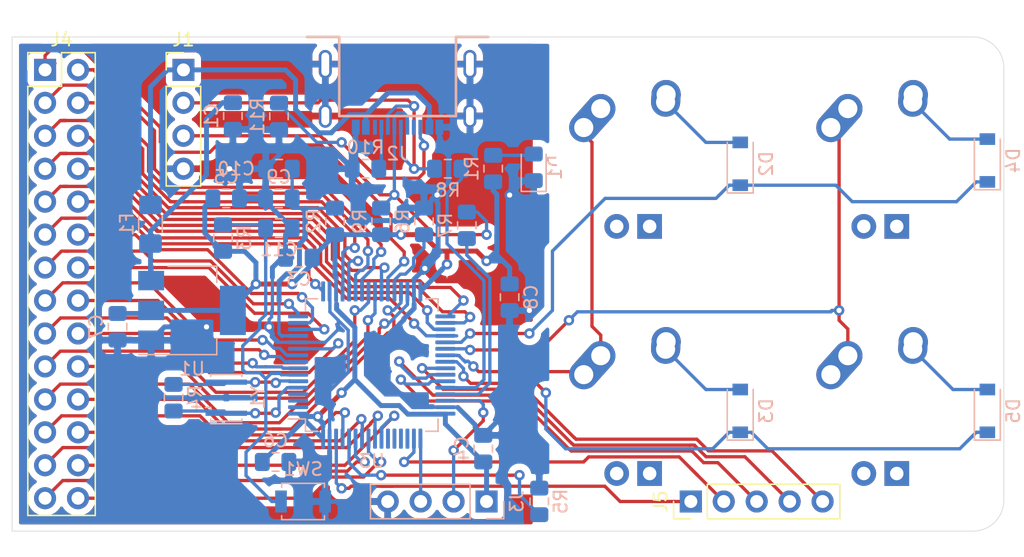
<source format=kicad_pcb>
(kicad_pcb (version 20171130) (host pcbnew 5.1.0)
  (layers (0 F.Cu signal) (31 B.Cu signal) (34 B.Paste user) (35 F.Paste user) (36 B.SilkS user) (37 F.SilkS user) (38 B.Mask user) (39 F.Mask user) (44 Edge.Cuts user))
  (net 0 "")
  (net 1 +5V)
  (net 2 GND)
  (net 3 +3V3)
  (net 4 VDDA)
  (net 5 "Net-(C11-Pad1)")
  (net 6 "Net-(D1-Pad2)")
  (net 7 ROW0)
  (net 8 "Net-(D2-Pad2)")
  (net 9 "Net-(D3-Pad2)")
  (net 10 ROW1)
  (net 11 "Net-(D4-Pad2)")
  (net 12 "Net-(D5-Pad2)")
  (net 13 VCC)
  (net 14 USB_D+)
  (net 15 USB_D-)
  (net 16 "Net-(J2-Pad4)")
  (net 17 "Net-(J2-Pad3)")
  (net 18 "Net-(J2-Pad10)")
  (net 19 "Net-(J2-Pad9)")
  (net 20 COL0)
  (net 21 "Net-(MX1-Pad3)")
  (net 22 "Net-(MX1-Pad4)")
  (net 23 "Net-(MX2-Pad4)")
  (net 24 "Net-(MX2-Pad3)")
  (net 25 COL1)
  (net 26 "Net-(MX3-Pad3)")
  (net 27 "Net-(MX3-Pad4)")
  (net 28 "Net-(MX4-Pad4)")
  (net 29 "Net-(MX4-Pad3)")
  (net 30 "Net-(R4-Pad2)")
  (net 31 "Net-(R4-Pad1)")
  (net 32 "Net-(R5-Pad1)")
  (net 33 "Net-(R6-Pad2)")
  (net 34 "Net-(R7-Pad2)")
  (net 35 "Net-(R8-Pad2)")
  (net 36 SWDIO)
  (net 37 SWCLK)
  (net 38 TXD)
  (net 39 RXD)
  (net 40 /PB1)
  (net 41 /PA7)
  (net 42 /PA6)
  (net 43 /PA4)
  (net 44 /PC13)
  (net 45 /PC14)
  (net 46 /PC15)
  (net 47 /PC0)
  (net 48 /PC1)
  (net 49 /PC2)
  (net 50 /PC3)
  (net 51 /PA0)
  (net 52 /PA1)
  (net 53 /PA2)
  (net 54 /PA3)
  (net 55 /PA5)
  (net 56 /PC4)
  (net 57 /PC5)
  (net 58 /PB0)
  (net 59 /PB10)
  (net 60 /PB11)
  (net 61 /PB12)
  (net 62 /PB13)
  (net 63 /PB14)
  (net 64 /PB15)
  (net 65 /PA8)
  (net 66 /PA15)
  (net 67 /PC10)
  (net 68 /PC11)
  (net 69 /PC12)
  (net 70 /PD2)
  (net 71 /PB3)
  (net 72 /PB4)
  (net 73 /PB5)
  (net 74 /PB6)
  (net 75 /PB7)
  (net 76 /PB8)
  (net 77 /PB9)
  (module MX_Alps_Hybrid:MX-1U (layer F.Cu) (at 193.675 104.775)
    (fp_text reference MX2)
    (fp_text value MX-1U)
    (pad "" np_thru_hole circle (at 5.08 0 48.0996) (size 1.75 1.75) (drill 1.75) (layers *.Cu *.Mask))
    (pad "" np_thru_hole circle (at -5.08 0 48.0996) (size 1.75 1.75) (drill 1.75) (layers *.Cu *.Mask))
    (pad 4 thru_hole rect (at 1.27 5.08) (size 1.905 1.905) (drill 1.04) (layers *.Cu B.Mask) (net 23 "Net-(MX2-Pad4)"))
    (pad 3 thru_hole circle (at -1.27 5.08) (size 1.905 1.905) (drill 1.04) (layers *.Cu B.Mask) (net 24 "Net-(MX2-Pad3)"))
    (pad 1 thru_hole circle (at -2.5 -4) (size 2.25 2.25) (drill 1.47) (layers *.Cu B.Mask) (net 20 COL0))
    (pad "" np_thru_hole circle (at 0 0) (size 3.9878 3.9878) (drill 3.9878) (layers *.Cu *.Mask))
    (pad 1 thru_hole oval (at -3.81 -2.54 48.0996) (size 4.211556 2.25) (drill 1.47 (offset 0.980778 0)) (layers *.Cu B.Mask) (net 20 COL0))
    (pad 2 thru_hole circle (at 2.54 -5.08) (size 2.25 2.25) (drill 1.47) (layers *.Cu B.Mask) (net 9 "Net-(D3-Pad2)"))
    (pad 2 thru_hole oval (at 2.5 -4.5 86.0548) (size 2.831378 2.25) (drill 1.47 (offset 0.290689 0)) (layers *.Cu B.Mask) (net 9 "Net-(D3-Pad2)"))
  )
  (module MX_Alps_Hybrid:MX-1U (layer F.Cu) (at 212.725 104.775)
    (fp_text reference MX4)
    (fp_text value MX-1U)
    (pad "" np_thru_hole circle (at 5.08 0 48.0996) (size 1.75 1.75) (drill 1.75) (layers *.Cu *.Mask))
    (pad "" np_thru_hole circle (at -5.08 0 48.0996) (size 1.75 1.75) (drill 1.75) (layers *.Cu *.Mask))
    (pad 4 thru_hole rect (at 1.27 5.08) (size 1.905 1.905) (drill 1.04) (layers *.Cu B.Mask) (net 28 "Net-(MX4-Pad4)"))
    (pad 3 thru_hole circle (at -1.27 5.08) (size 1.905 1.905) (drill 1.04) (layers *.Cu B.Mask) (net 29 "Net-(MX4-Pad3)"))
    (pad 1 thru_hole circle (at -2.5 -4) (size 2.25 2.25) (drill 1.47) (layers *.Cu B.Mask) (net 25 COL1))
    (pad "" np_thru_hole circle (at 0 0) (size 3.9878 3.9878) (drill 3.9878) (layers *.Cu *.Mask))
    (pad 1 thru_hole oval (at -3.81 -2.54 48.0996) (size 4.211556 2.25) (drill 1.47 (offset 0.980778 0)) (layers *.Cu B.Mask) (net 25 COL1))
    (pad 2 thru_hole circle (at 2.54 -5.08) (size 2.25 2.25) (drill 1.47) (layers *.Cu B.Mask) (net 12 "Net-(D5-Pad2)"))
    (pad 2 thru_hole oval (at 2.5 -4.5 86.0548) (size 2.831378 2.25) (drill 1.47 (offset 0.290689 0)) (layers *.Cu B.Mask) (net 12 "Net-(D5-Pad2)"))
  )
  (module Package_QFP:LQFP-64_10x10mm_P0.5mm (layer B.Cu) (at 173.522 101.493)
    (fp_text reference U3 (at 0 7.4) (layer B.SilkS) (effects (justify mirror)))
    (fp_text value STM32F103RETx)
    (pad 1 smd roundrect (at -5.675 3.75) (size 1.55 0.3) (layers B.Cu B.Paste B.Mask) (net 3 +3V3))
    (pad 2 smd roundrect (at -5.675 3.25) (size 1.55 0.3) (layers B.Cu B.Paste B.Mask) (net 44 /PC13))
    (pad 3 smd roundrect (at -5.675 2.75) (size 1.55 0.3) (layers B.Cu B.Paste B.Mask) (net 45 /PC14))
    (pad 4 smd roundrect (at -5.675 2.25) (size 1.55 0.3) (layers B.Cu B.Paste B.Mask) (net 46 /PC15))
    (pad 5 smd roundrect (at -5.675 1.75) (size 1.55 0.3) (layers B.Cu B.Paste B.Mask) (net 31 "Net-(R4-Pad1)"))
    (pad 6 smd roundrect (at -5.675 1.25) (size 1.55 0.3) (layers B.Cu B.Paste B.Mask) (net 30 "Net-(R4-Pad2)"))
    (pad 7 smd roundrect (at -5.675 0.75) (size 1.55 0.3) (layers B.Cu B.Paste B.Mask) (net 5 "Net-(C11-Pad1)"))
    (pad 8 smd roundrect (at -5.675 0.25) (size 1.55 0.3) (layers B.Cu B.Paste B.Mask) (net 47 /PC0))
    (pad 9 smd roundrect (at -5.675 -0.25) (size 1.55 0.3) (layers B.Cu B.Paste B.Mask) (net 48 /PC1))
    (pad 10 smd roundrect (at -5.675 -0.75) (size 1.55 0.3) (layers B.Cu B.Paste B.Mask) (net 49 /PC2))
    (pad 11 smd roundrect (at -5.675 -1.25) (size 1.55 0.3) (layers B.Cu B.Paste B.Mask) (net 50 /PC3))
    (pad 12 smd roundrect (at -5.675 -1.75) (size 1.55 0.3) (layers B.Cu B.Paste B.Mask) (net 2 GND))
    (pad 13 smd roundrect (at -5.675 -2.25) (size 1.55 0.3) (layers B.Cu B.Paste B.Mask) (net 4 VDDA))
    (pad 14 smd roundrect (at -5.675 -2.75) (size 1.55 0.3) (layers B.Cu B.Paste B.Mask) (net 51 /PA0))
    (pad 15 smd roundrect (at -5.675 -3.25) (size 1.55 0.3) (layers B.Cu B.Paste B.Mask) (net 52 /PA1))
    (pad 16 smd roundrect (at -5.675 -3.75) (size 1.55 0.3) (layers B.Cu B.Paste B.Mask) (net 53 /PA2))
    (pad 17 smd roundrect (at -3.75 -5.675) (size 0.3 1.55) (layers B.Cu B.Paste B.Mask) (net 54 /PA3))
    (pad 18 smd roundrect (at -3.25 -5.675) (size 0.3 1.55) (layers B.Cu B.Paste B.Mask) (net 2 GND))
    (pad 19 smd roundrect (at -2.75 -5.675) (size 0.3 1.55) (layers B.Cu B.Paste B.Mask) (net 3 +3V3))
    (pad 20 smd roundrect (at -2.25 -5.675) (size 0.3 1.55) (layers B.Cu B.Paste B.Mask) (net 43 /PA4))
    (pad 21 smd roundrect (at -1.75 -5.675) (size 0.3 1.55) (layers B.Cu B.Paste B.Mask) (net 55 /PA5))
    (pad 22 smd roundrect (at -1.25 -5.675) (size 0.3 1.55) (layers B.Cu B.Paste B.Mask) (net 42 /PA6))
    (pad 23 smd roundrect (at -0.75 -5.675) (size 0.3 1.55) (layers B.Cu B.Paste B.Mask) (net 41 /PA7))
    (pad 24 smd roundrect (at -0.25 -5.675) (size 0.3 1.55) (layers B.Cu B.Paste B.Mask) (net 56 /PC4))
    (pad 25 smd roundrect (at 0.25 -5.675) (size 0.3 1.55) (layers B.Cu B.Paste B.Mask) (net 57 /PC5))
    (pad 26 smd roundrect (at 0.75 -5.675) (size 0.3 1.55) (layers B.Cu B.Paste B.Mask) (net 58 /PB0))
    (pad 27 smd roundrect (at 1.25 -5.675) (size 0.3 1.55) (layers B.Cu B.Paste B.Mask) (net 40 /PB1))
    (pad 28 smd roundrect (at 1.75 -5.675) (size 0.3 1.55) (layers B.Cu B.Paste B.Mask) (net 33 "Net-(R6-Pad2)"))
    (pad 29 smd roundrect (at 2.25 -5.675) (size 0.3 1.55) (layers B.Cu B.Paste B.Mask) (net 59 /PB10))
    (pad 30 smd roundrect (at 2.75 -5.675) (size 0.3 1.55) (layers B.Cu B.Paste B.Mask) (net 60 /PB11))
    (pad 31 smd roundrect (at 3.25 -5.675) (size 0.3 1.55) (layers B.Cu B.Paste B.Mask) (net 2 GND))
    (pad 32 smd roundrect (at 3.75 -5.675) (size 0.3 1.55) (layers B.Cu B.Paste B.Mask) (net 3 +3V3))
    (pad 33 smd roundrect (at 5.675 -3.75) (size 1.55 0.3) (layers B.Cu B.Paste B.Mask) (net 61 /PB12))
    (pad 34 smd roundrect (at 5.675 -3.25) (size 1.55 0.3) (layers B.Cu B.Paste B.Mask) (net 62 /PB13))
    (pad 35 smd roundrect (at 5.675 -2.75) (size 1.55 0.3) (layers B.Cu B.Paste B.Mask) (net 63 /PB14))
    (pad 36 smd roundrect (at 5.675 -2.25) (size 1.55 0.3) (layers B.Cu B.Paste B.Mask) (net 64 /PB15))
    (pad 37 smd roundrect (at 5.675 -1.75) (size 1.55 0.3) (layers B.Cu B.Paste B.Mask) (net 7 ROW0))
    (pad 38 smd roundrect (at 5.675 -1.25) (size 1.55 0.3) (layers B.Cu B.Paste B.Mask) (net 25 COL1))
    (pad 39 smd roundrect (at 5.675 -0.75) (size 1.55 0.3) (layers B.Cu B.Paste B.Mask) (net 20 COL0))
    (pad 40 smd roundrect (at 5.675 -0.25) (size 1.55 0.3) (layers B.Cu B.Paste B.Mask) (net 10 ROW1))
    (pad 41 smd roundrect (at 5.675 0.25) (size 1.55 0.3) (layers B.Cu B.Paste B.Mask) (net 65 /PA8))
    (pad 42 smd roundrect (at 5.675 0.75) (size 1.55 0.3) (layers B.Cu B.Paste B.Mask) (net 38 TXD))
    (pad 43 smd roundrect (at 5.675 1.25) (size 1.55 0.3) (layers B.Cu B.Paste B.Mask) (net 39 RXD))
    (pad 44 smd roundrect (at 5.675 1.75) (size 1.55 0.3) (layers B.Cu B.Paste B.Mask) (net 35 "Net-(R8-Pad2)"))
    (pad 45 smd roundrect (at 5.675 2.25) (size 1.55 0.3) (layers B.Cu B.Paste B.Mask) (net 34 "Net-(R7-Pad2)"))
    (pad 46 smd roundrect (at 5.675 2.75) (size 1.55 0.3) (layers B.Cu B.Paste B.Mask) (net 36 SWDIO))
    (pad 47 smd roundrect (at 5.675 3.25) (size 1.55 0.3) (layers B.Cu B.Paste B.Mask) (net 2 GND))
    (pad 48 smd roundrect (at 5.675 3.75) (size 1.55 0.3) (layers B.Cu B.Paste B.Mask) (net 3 +3V3))
    (pad 49 smd roundrect (at 3.75 5.675) (size 0.3 1.55) (layers B.Cu B.Paste B.Mask) (net 37 SWCLK))
    (pad 50 smd roundrect (at 3.25 5.675) (size 0.3 1.55) (layers B.Cu B.Paste B.Mask) (net 66 /PA15))
    (pad 51 smd roundrect (at 2.75 5.675) (size 0.3 1.55) (layers B.Cu B.Paste B.Mask) (net 67 /PC10))
    (pad 52 smd roundrect (at 2.25 5.675) (size 0.3 1.55) (layers B.Cu B.Paste B.Mask) (net 68 /PC11))
    (pad 53 smd roundrect (at 1.75 5.675) (size 0.3 1.55) (layers B.Cu B.Paste B.Mask) (net 69 /PC12))
    (pad 54 smd roundrect (at 1.25 5.675) (size 0.3 1.55) (layers B.Cu B.Paste B.Mask) (net 70 /PD2))
    (pad 55 smd roundrect (at 0.75 5.675) (size 0.3 1.55) (layers B.Cu B.Paste B.Mask) (net 71 /PB3))
    (pad 56 smd roundrect (at 0.25 5.675) (size 0.3 1.55) (layers B.Cu B.Paste B.Mask) (net 72 /PB4))
    (pad 57 smd roundrect (at -0.25 5.675) (size 0.3 1.55) (layers B.Cu B.Paste B.Mask) (net 73 /PB5))
    (pad 58 smd roundrect (at -0.75 5.675) (size 0.3 1.55) (layers B.Cu B.Paste B.Mask) (net 74 /PB6))
    (pad 59 smd roundrect (at -1.25 5.675) (size 0.3 1.55) (layers B.Cu B.Paste B.Mask) (net 75 /PB7))
    (pad 60 smd roundrect (at -1.75 5.675) (size 0.3 1.55) (layers B.Cu B.Paste B.Mask) (net 32 "Net-(R5-Pad1)"))
    (pad 61 smd roundrect (at -2.25 5.675) (size 0.3 1.55) (layers B.Cu B.Paste B.Mask) (net 76 /PB8))
    (pad 62 smd roundrect (at -2.75 5.675) (size 0.3 1.55) (layers B.Cu B.Paste B.Mask) (net 77 /PB9))
    (pad 63 smd roundrect (at -3.25 5.675) (size 0.3 1.55) (layers B.Cu B.Paste B.Mask) (net 2 GND))
    (pad 64 smd roundrect (at -3.75 5.675) (size 0.3 1.55) (layers B.Cu B.Paste B.Mask) (net 3 +3V3))
  )
  (module Capacitor_SMD:C_0805_2012Metric_Pad1.15x1.40mm_HandSolder (layer B.Cu) (at 162.814 82.296 270)
    (fp_text reference C1 (at 0 1.65 270) (layer B.SilkS) (effects (justify mirror)))
    (fp_text value 106)
    (pad 1 smd roundrect (at -1.025 0 270) (size 1.15 1.4) (layers B.Cu B.Paste B.Mask) (roundrect_rratio 0.217391) (net 1 +5V))
    (pad 2 smd roundrect (at 1.025 0 270) (size 1.15 1.4) (layers B.Cu B.Paste B.Mask) (roundrect_rratio 0.217391) (net 2 GND))
  )
  (module Capacitor_SMD:C_0805_2012Metric_Pad1.15x1.40mm_HandSolder (layer B.Cu) (at 167.903 93.218)
    (fp_text reference C3 (at 0 1.65) (layer B.SilkS) (effects (justify mirror)))
    (fp_text value 104)
    (pad 1 smd roundrect (at -1.025 0) (size 1.15 1.4) (layers B.Cu B.Paste B.Mask) (roundrect_rratio 0.217391) (net 2 GND))
    (pad 2 smd roundrect (at 1.025 0) (size 1.15 1.4) (layers B.Cu B.Paste B.Mask) (roundrect_rratio 0.217391) (net 3 +3V3))
  )
  (module Capacitor_SMD:C_0805_2012Metric_Pad1.15x1.40mm_HandSolder (layer B.Cu) (at 182.118 107.941 270)
    (fp_text reference C4 (at 0 1.65 270) (layer B.SilkS) (effects (justify mirror)))
    (fp_text value 104)
    (pad 2 smd roundrect (at 1.025 0 270) (size 1.15 1.4) (layers B.Cu B.Paste B.Mask) (roundrect_rratio 0.217391) (net 3 +3V3))
    (pad 1 smd roundrect (at -1.025 0 270) (size 1.15 1.4) (layers B.Cu B.Paste B.Mask) (roundrect_rratio 0.217391) (net 2 GND))
  )
  (module Capacitor_SMD:C_0805_2012Metric_Pad1.15x1.40mm_HandSolder (layer B.Cu) (at 162.297 88.646 180)
    (fp_text reference C5 (at 0 1.65 180) (layer B.SilkS) (effects (justify mirror)))
    (fp_text value 104)
    (pad 1 smd roundrect (at -1.025 0 180) (size 1.15 1.4) (layers B.Cu B.Paste B.Mask) (roundrect_rratio 0.217391) (net 2 GND))
    (pad 2 smd roundrect (at 1.025 0 180) (size 1.15 1.4) (layers B.Cu B.Paste B.Mask) (roundrect_rratio 0.217391) (net 3 +3V3))
  )
  (module Capacitor_SMD:C_0805_2012Metric_Pad1.15x1.40mm_HandSolder (layer B.Cu) (at 166.107 108.966 180)
    (fp_text reference C6 (at 0 1.65 180) (layer B.SilkS) (effects (justify mirror)))
    (fp_text value 104)
    (pad 1 smd roundrect (at -1.025 0 180) (size 1.15 1.4) (layers B.Cu B.Paste B.Mask) (roundrect_rratio 0.217391) (net 2 GND))
    (pad 2 smd roundrect (at 1.025 0 180) (size 1.15 1.4) (layers B.Cu B.Paste B.Mask) (roundrect_rratio 0.217391) (net 3 +3V3))
  )
  (module Capacitor_SMD:C_0805_2012Metric_Pad1.15x1.40mm_HandSolder (layer B.Cu) (at 153.924 98.543 270)
    (fp_text reference C7 (at 0 1.65 270) (layer B.SilkS) (effects (justify mirror)))
    (fp_text value 106)
    (pad 2 smd roundrect (at 1.025 0 270) (size 1.15 1.4) (layers B.Cu B.Paste B.Mask) (roundrect_rratio 0.217391) (net 2 GND))
    (pad 1 smd roundrect (at -1.025 0 270) (size 1.15 1.4) (layers B.Cu B.Paste B.Mask) (roundrect_rratio 0.217391) (net 3 +3V3))
  )
  (module Capacitor_SMD:C_0805_2012Metric_Pad1.15x1.40mm_HandSolder (layer B.Cu) (at 184.15 96.266 90)
    (fp_text reference C8 (at 0 1.65 90) (layer B.SilkS) (effects (justify mirror)))
    (fp_text value 104)
    (pad 2 smd roundrect (at 1.025 0 90) (size 1.15 1.4) (layers B.Cu B.Paste B.Mask) (roundrect_rratio 0.217391) (net 3 +3V3))
    (pad 1 smd roundrect (at -1.025 0 90) (size 1.15 1.4) (layers B.Cu B.Paste B.Mask) (roundrect_rratio 0.217391) (net 2 GND))
  )
  (module Capacitor_SMD:C_0805_2012Metric_Pad1.15x1.40mm_HandSolder (layer B.Cu) (at 166.361 88.646 180)
    (fp_text reference C9 (at 0 1.65 180) (layer B.SilkS) (effects (justify mirror)))
    (fp_text value 106)
    (pad 1 smd roundrect (at -1.025 0 180) (size 1.15 1.4) (layers B.Cu B.Paste B.Mask) (roundrect_rratio 0.217391) (net 4 VDDA))
    (pad 2 smd roundrect (at 1.025 0 180) (size 1.15 1.4) (layers B.Cu B.Paste B.Mask) (roundrect_rratio 0.217391) (net 2 GND))
  )
  (module Capacitor_SMD:C_0805_2012Metric_Pad1.15x1.40mm_HandSolder (layer B.Cu) (at 166.37 86.36)
    (fp_text reference C10 (at -3.302 0) (layer B.SilkS) (effects (justify mirror)))
    (fp_text value 104)
    (pad 2 smd roundrect (at 1.025 0) (size 1.15 1.4) (layers B.Cu B.Paste B.Mask) (roundrect_rratio 0.217391) (net 4 VDDA))
    (pad 1 smd roundrect (at -1.025 0) (size 1.15 1.4) (layers B.Cu B.Paste B.Mask) (roundrect_rratio 0.217391) (net 2 GND))
  )
  (module Capacitor_SMD:C_0805_2012Metric_Pad1.15x1.40mm_HandSolder (layer B.Cu) (at 166.361 90.932)
    (fp_text reference C11 (at 0 1.65) (layer B.SilkS) (effects (justify mirror)))
    (fp_text value 104)
    (pad 1 smd roundrect (at -1.025 0) (size 1.15 1.4) (layers B.Cu B.Paste B.Mask) (roundrect_rratio 0.217391) (net 5 "Net-(C11-Pad1)"))
    (pad 2 smd roundrect (at 1.025 0) (size 1.15 1.4) (layers B.Cu B.Paste B.Mask) (roundrect_rratio 0.217391) (net 2 GND))
  )
  (module LED_SMD:LED_0805_2012Metric_Pad1.15x1.40mm_HandSolder (layer B.Cu) (at 186.0042 86.2494 90)
    (fp_text reference D1 (at 0 1.65 90) (layer B.SilkS) (effects (justify mirror)))
    (fp_text value LED)
    (pad 1 smd roundrect (at -1.025 0 90) (size 1.15 1.4) (layers B.Cu B.Paste B.Mask) (roundrect_rratio 0.217391) (net 2 GND))
    (pad 2 smd roundrect (at 1.025 0 90) (size 1.15 1.4) (layers B.Cu B.Paste B.Mask) (roundrect_rratio 0.217391) (net 6 "Net-(D1-Pad2)"))
  )
  (module Diode_SMD:D_SOD-123 (layer B.Cu) (at 201.93 85.98 90)
    (fp_text reference D2 (at 0 2 90) (layer B.SilkS) (effects (justify mirror)))
    (fp_text value sod-123)
    (pad 1 smd rect (at -1.65 0 90) (size 0.9 1.2) (layers B.Cu B.Paste B.Mask) (net 7 ROW0))
    (pad 2 smd rect (at 1.65 0 90) (size 0.9 1.2) (layers B.Cu B.Paste B.Mask) (net 8 "Net-(D2-Pad2)"))
  )
  (module Diode_SMD:D_SOD-123 (layer B.Cu) (at 201.93 105.03 90)
    (fp_text reference D3 (at 0 2 90) (layer B.SilkS) (effects (justify mirror)))
    (fp_text value sod-123)
    (pad 2 smd rect (at 1.65 0 90) (size 0.9 1.2) (layers B.Cu B.Paste B.Mask) (net 9 "Net-(D3-Pad2)"))
    (pad 1 smd rect (at -1.65 0 90) (size 0.9 1.2) (layers B.Cu B.Paste B.Mask) (net 10 ROW1))
  )
  (module Diode_SMD:D_SOD-123 (layer B.Cu) (at 220.98 85.725 90)
    (fp_text reference D4 (at 0 2 90) (layer B.SilkS) (effects (justify mirror)))
    (fp_text value sod-123)
    (pad 1 smd rect (at -1.65 0 90) (size 0.9 1.2) (layers B.Cu B.Paste B.Mask) (net 7 ROW0))
    (pad 2 smd rect (at 1.65 0 90) (size 0.9 1.2) (layers B.Cu B.Paste B.Mask) (net 11 "Net-(D4-Pad2)"))
  )
  (module Diode_SMD:D_SOD-123 (layer B.Cu) (at 220.98 105.03 90)
    (fp_text reference D5 (at 0 2 90) (layer B.SilkS) (effects (justify mirror)))
    (fp_text value sod-123)
    (pad 2 smd rect (at 1.65 0 90) (size 0.9 1.2) (layers B.Cu B.Paste B.Mask) (net 12 "Net-(D5-Pad2)"))
    (pad 1 smd rect (at -1.65 0 90) (size 0.9 1.2) (layers B.Cu B.Paste B.Mask) (net 10 ROW1))
  )
  (module Fuse:Fuse_1206_3216Metric_Pad1.42x1.75mm_HandSolder (layer B.Cu) (at 156.464 90.6415 270)
    (fp_text reference F1 (at 0 1.82 270) (layer B.SilkS) (effects (justify mirror)))
    (fp_text value 500mA)
    (pad 1 smd roundrect (at -1.4875 0 270) (size 1.425 1.75) (layers B.Cu B.Paste B.Mask) (roundrect_rratio 0.175439) (net 13 VCC))
    (pad 2 smd roundrect (at 1.4875 0 270) (size 1.425 1.75) (layers B.Cu B.Paste B.Mask) (roundrect_rratio 0.175439) (net 1 +5V))
  )
  (module Keebio-Parts:USB-C-12-Pin-MidMount (layer B.Cu) (at 175.514 76.2 180)
    (fp_text reference J2 (at 0 -9 180) (layer B.SilkS) (effects (justify mirror)))
    (fp_text value USB_C_USB2.0)
    (pad 13 thru_hole oval (at 5.575 -6.1 180) (size 1 1.8) (drill oval 0.6 1.4) (layers *.Cu *.Mask) (net 2 GND))
    (pad 13 thru_hole oval (at -5.575 -6.1 180) (size 1 1.8) (drill oval 0.6 1.4) (layers *.Cu *.Mask) (net 2 GND))
    (pad 13 thru_hole oval (at -5.575 -2.1 180) (size 1 2.2) (drill oval 0.6 1.8) (layers *.Cu *.Mask) (net 2 GND))
    (pad 13 thru_hole oval (at 5.575 -2.1 180) (size 1 2.2) (drill oval 0.6 1.8) (layers *.Cu *.Mask) (net 2 GND))
    (pad 6 smd rect (at 0.25 -6.96 180) (size 0.3 1.15) (layers B.Cu B.Paste B.Mask) (net 14 USB_D+))
    (pad 7 smd rect (at -0.25 -6.96 180) (size 0.3 1.15) (layers B.Cu B.Paste B.Mask) (net 15 USB_D-))
    (pad 5 smd rect (at 0.75 -6.96 180) (size 0.3 1.15) (layers B.Cu B.Paste B.Mask) (net 15 USB_D-))
    (pad 8 smd rect (at -0.75 -6.96 180) (size 0.3 1.15) (layers B.Cu B.Paste B.Mask) (net 14 USB_D+))
    (pad 4 smd rect (at 1.25 -6.96 180) (size 0.3 1.15) (layers B.Cu B.Paste B.Mask) (net 16 "Net-(J2-Pad4)"))
    (pad 3 smd rect (at 1.75 -6.96 180) (size 0.3 1.15) (layers B.Cu B.Paste B.Mask) (net 17 "Net-(J2-Pad3)"))
    (pad 10 smd rect (at -1.75 -6.96 180) (size 0.3 1.15) (layers B.Cu B.Paste B.Mask) (net 18 "Net-(J2-Pad10)"))
    (pad 9 smd rect (at -1.25 -6.96 180) (size 0.3 1.15) (layers B.Cu B.Paste B.Mask) (net 19 "Net-(J2-Pad9)"))
    (pad 2 smd rect (at 2.45 -6.96 180) (size 0.6 1.15) (layers B.Cu B.Paste B.Mask) (net 13 VCC))
    (pad 1 smd rect (at 3.225 -6.96 180) (size 0.6 1.15) (layers B.Cu B.Paste B.Mask) (net 2 GND))
    (pad 11 smd rect (at -2.45 -6.96 180) (size 0.6 1.15) (layers B.Cu B.Paste B.Mask) (net 13 VCC))
    (pad 12 smd rect (at -3.225 -6.96 180) (size 0.6 1.15) (layers B.Cu B.Paste B.Mask) (net 2 GND))
  )
  (module MX_Alps_Hybrid:MX-1U (layer F.Cu) (at 212.725 85.725)
    (fp_text reference MX3)
    (fp_text value MX-1U)
    (pad 2 thru_hole oval (at 2.5 -4.5 86.0548) (size 2.831378 2.25) (drill 1.47 (offset 0.290689 0)) (layers *.Cu B.Mask) (net 11 "Net-(D4-Pad2)"))
    (pad 2 thru_hole circle (at 2.54 -5.08) (size 2.25 2.25) (drill 1.47) (layers *.Cu B.Mask) (net 11 "Net-(D4-Pad2)"))
    (pad 1 thru_hole oval (at -3.81 -2.54 48.0996) (size 4.211556 2.25) (drill 1.47 (offset 0.980778 0)) (layers *.Cu B.Mask) (net 25 COL1))
    (pad "" np_thru_hole circle (at 0 0) (size 3.9878 3.9878) (drill 3.9878) (layers *.Cu *.Mask))
    (pad 1 thru_hole circle (at -2.5 -4) (size 2.25 2.25) (drill 1.47) (layers *.Cu B.Mask) (net 25 COL1))
    (pad 3 thru_hole circle (at -1.27 5.08) (size 1.905 1.905) (drill 1.04) (layers *.Cu B.Mask) (net 26 "Net-(MX3-Pad3)"))
    (pad 4 thru_hole rect (at 1.27 5.08) (size 1.905 1.905) (drill 1.04) (layers *.Cu B.Mask) (net 27 "Net-(MX3-Pad4)"))
    (pad "" np_thru_hole circle (at -5.08 0 48.0996) (size 1.75 1.75) (drill 1.75) (layers *.Cu *.Mask))
    (pad "" np_thru_hole circle (at 5.08 0 48.0996) (size 1.75 1.75) (drill 1.75) (layers *.Cu *.Mask))
  )
  (module Resistor_SMD:R_0805_2012Metric_Pad1.15x1.40mm_HandSolder (layer B.Cu) (at 182.88 86.351 270)
    (fp_text reference R1 (at 0 1.65 270) (layer B.SilkS) (effects (justify mirror)))
    (fp_text value 1k)
    (pad 1 smd roundrect (at -1.025 0 270) (size 1.15 1.4) (layers B.Cu B.Paste B.Mask) (roundrect_rratio 0.217391) (net 6 "Net-(D1-Pad2)"))
    (pad 2 smd roundrect (at 1.025 0 270) (size 1.15 1.4) (layers B.Cu B.Paste B.Mask) (roundrect_rratio 0.217391) (net 3 +3V3))
  )
  (module Resistor_SMD:R_0805_2012Metric_Pad1.15x1.40mm_HandSolder (layer B.Cu) (at 170.688 90.415 270)
    (fp_text reference R2 (at 0 1.65 270) (layer B.SilkS) (effects (justify mirror)))
    (fp_text value 10R)
    (pad 2 smd roundrect (at 1.025 0 270) (size 1.15 1.4) (layers B.Cu B.Paste B.Mask) (roundrect_rratio 0.217391) (net 3 +3V3))
    (pad 1 smd roundrect (at -1.025 0 270) (size 1.15 1.4) (layers B.Cu B.Paste B.Mask) (roundrect_rratio 0.217391) (net 4 VDDA))
  )
  (module Resistor_SMD:R_0805_2012Metric_Pad1.15x1.40mm_HandSolder (layer B.Cu) (at 162.052 91.703 90)
    (fp_text reference R3 (at 0 1.65 90) (layer B.SilkS) (effects (justify mirror)))
    (fp_text value 10k)
    (pad 2 smd roundrect (at 1.025 0 90) (size 1.15 1.4) (layers B.Cu B.Paste B.Mask) (roundrect_rratio 0.217391) (net 5 "Net-(C11-Pad1)"))
    (pad 1 smd roundrect (at -1.025 0 90) (size 1.15 1.4) (layers B.Cu B.Paste B.Mask) (roundrect_rratio 0.217391) (net 3 +3V3))
  )
  (module Resistor_SMD:R_0805_2012Metric_Pad1.15x1.40mm_HandSolder (layer B.Cu) (at 158.242 104.013 90)
    (fp_text reference R4 (at 0 1.65 90) (layer B.SilkS) (effects (justify mirror)))
    (fp_text value 1M)
    (pad 2 smd roundrect (at 1.025 0 90) (size 1.15 1.4) (layers B.Cu B.Paste B.Mask) (roundrect_rratio 0.217391) (net 30 "Net-(R4-Pad2)"))
    (pad 1 smd roundrect (at -1.025 0 90) (size 1.15 1.4) (layers B.Cu B.Paste B.Mask) (roundrect_rratio 0.217391) (net 31 "Net-(R4-Pad1)"))
  )
  (module Resistor_SMD:R_0805_2012Metric_Pad1.15x1.40mm_HandSolder (layer B.Cu) (at 186.436 112.005 90)
    (fp_text reference R5 (at 0 1.65 90) (layer B.SilkS) (effects (justify mirror)))
    (fp_text value 10k)
    (pad 1 smd roundrect (at -1.025 0 90) (size 1.15 1.4) (layers B.Cu B.Paste B.Mask) (roundrect_rratio 0.217391) (net 32 "Net-(R5-Pad1)"))
    (pad 2 smd roundrect (at 1.025 0 90) (size 1.15 1.4) (layers B.Cu B.Paste B.Mask) (roundrect_rratio 0.217391) (net 2 GND))
  )
  (module Resistor_SMD:R_0805_2012Metric_Pad1.15x1.40mm_HandSolder (layer B.Cu) (at 177.546 90.415 270)
    (fp_text reference R6 (at 0 1.65 270) (layer B.SilkS) (effects (justify mirror)))
    (fp_text value 10k)
    (pad 2 smd roundrect (at 1.025 0 270) (size 1.15 1.4) (layers B.Cu B.Paste B.Mask) (roundrect_rratio 0.217391) (net 33 "Net-(R6-Pad2)"))
    (pad 1 smd roundrect (at -1.025 0 270) (size 1.15 1.4) (layers B.Cu B.Paste B.Mask) (roundrect_rratio 0.217391) (net 2 GND))
  )
  (module Resistor_SMD:R_0805_2012Metric_Pad1.15x1.40mm_HandSolder (layer B.Cu) (at 180.848 90.71875 270)
    (fp_text reference R7 (at 0 1.65 270) (layer B.SilkS) (effects (justify mirror)))
    (fp_text value 22)
    (pad 2 smd roundrect (at 1.025 0 270) (size 1.15 1.4) (layers B.Cu B.Paste B.Mask) (roundrect_rratio 0.217391) (net 34 "Net-(R7-Pad2)"))
    (pad 1 smd roundrect (at -1.025 0 270) (size 1.15 1.4) (layers B.Cu B.Paste B.Mask) (roundrect_rratio 0.217391) (net 14 USB_D+))
  )
  (module Resistor_SMD:R_0805_2012Metric_Pad1.15x1.40mm_HandSolder (layer B.Cu) (at 179.3875 86.36)
    (fp_text reference R8 (at 0 1.65) (layer B.SilkS) (effects (justify mirror)))
    (fp_text value 22)
    (pad 1 smd roundrect (at -1.025 0) (size 1.15 1.4) (layers B.Cu B.Paste B.Mask) (roundrect_rratio 0.217391) (net 15 USB_D-))
    (pad 2 smd roundrect (at 1.025 0) (size 1.15 1.4) (layers B.Cu B.Paste B.Mask) (roundrect_rratio 0.217391) (net 35 "Net-(R8-Pad2)"))
  )
  (module Resistor_SMD:R_0805_2012Metric_Pad1.15x1.40mm_HandSolder (layer B.Cu) (at 174.244 90.415 270)
    (fp_text reference R9 (at 0 1.65 270) (layer B.SilkS) (effects (justify mirror)))
    (fp_text value 1.5k)
    (pad 1 smd roundrect (at -1.025 0 270) (size 1.15 1.4) (layers B.Cu B.Paste B.Mask) (roundrect_rratio 0.217391) (net 14 USB_D+))
    (pad 2 smd roundrect (at 1.025 0 270) (size 1.15 1.4) (layers B.Cu B.Paste B.Mask) (roundrect_rratio 0.217391) (net 3 +3V3))
  )
  (module Resistor_SMD:R_0805_2012Metric_Pad1.15x1.40mm_HandSolder (layer B.Cu) (at 173.0375 86.36 180)
    (fp_text reference R10 (at 0 1.65 180) (layer B.SilkS) (effects (justify mirror)))
    (fp_text value 5.1k)
    (pad 2 smd roundrect (at 1.025 0 180) (size 1.15 1.4) (layers B.Cu B.Paste B.Mask) (roundrect_rratio 0.217391) (net 2 GND))
    (pad 1 smd roundrect (at -1.025 0 180) (size 1.15 1.4) (layers B.Cu B.Paste B.Mask) (roundrect_rratio 0.217391) (net 16 "Net-(J2-Pad4)"))
  )
  (module Resistor_SMD:R_0805_2012Metric_Pad1.15x1.40mm_HandSolder (layer B.Cu) (at 166.37 82.31875 270)
    (fp_text reference R11 (at 0 1.65 270) (layer B.SilkS) (effects (justify mirror)))
    (fp_text value 5.1k)
    (pad 2 smd roundrect (at 1.025 0 270) (size 1.15 1.4) (layers B.Cu B.Paste B.Mask) (roundrect_rratio 0.217391) (net 2 GND))
    (pad 1 smd roundrect (at -1.025 0 270) (size 1.15 1.4) (layers B.Cu B.Paste B.Mask) (roundrect_rratio 0.217391) (net 18 "Net-(J2-Pad10)"))
  )
  (module Button_Switch_SMD:SW_SPST_B3U-1000P (layer B.Cu) (at 168.226 112.014 180)
    (fp_text reference SW1 (at 0 2.5 180) (layer B.SilkS) (effects (justify mirror)))
    (fp_text value SW_Push)
    (pad 1 smd rect (at -1.7 0 180) (size 0.9 1.7) (layers B.Cu B.Paste B.Mask) (net 2 GND))
    (pad 2 smd rect (at 1.7 0 180) (size 0.9 1.7) (layers B.Cu B.Paste B.Mask) (net 5 "Net-(C11-Pad1)"))
  )
  (module Package_TO_SOT_SMD:SOT-223-3_TabPin2 (layer B.Cu) (at 159.664 97.282)
    (fp_text reference U1 (at 0 4.5) (layer B.SilkS) (effects (justify mirror)))
    (fp_text value AMS1117-3.3)
    (pad 2 smd rect (at 3.15 0) (size 2 3.8) (layers B.Cu B.Paste B.Mask) (net 3 +3V3))
    (pad 2 smd rect (at -3.15 0) (size 2 1.5) (layers B.Cu B.Paste B.Mask) (net 3 +3V3))
    (pad 3 smd rect (at -3.15 -2.3) (size 2 1.5) (layers B.Cu B.Paste B.Mask) (net 1 +5V))
    (pad 1 smd rect (at -3.15 2.3) (size 2 1.5) (layers B.Cu B.Paste B.Mask) (net 2 GND))
  )
  (module Connector_PinHeader_2.54mm:PinHeader_1x04_P2.54mm_Vertical (layer B.Cu) (at 182.372 112.014 90)
    (fp_text reference J3 (at 0 2.33 90) (layer B.SilkS) (effects (justify mirror)))
    (fp_text value SWD)
    (pad 1 thru_hole rect (at 0 0 90) (size 1.7 1.7) (drill 1) (layers *.Cu *.Mask) (net 3 +3V3))
    (pad 2 thru_hole oval (at 0 -2.54 90) (size 1.7 1.7) (drill 1) (layers *.Cu *.Mask) (net 36 SWDIO))
    (pad 3 thru_hole oval (at 0 -5.08 90) (size 1.7 1.7) (drill 1) (layers *.Cu *.Mask) (net 37 SWCLK))
    (pad 4 thru_hole oval (at 0 -7.62 90) (size 1.7 1.7) (drill 1) (layers *.Cu *.Mask) (net 2 GND))
  )
  (module Crystal:Resonator_SMD_muRata_CSTxExxV-3Pin_3.0x1.1mm_HandSoldering (layer B.Cu) (at 162.306 104.013 90)
    (fp_text reference Y1 (at 0 2.45 90) (layer B.SilkS) (effects (justify mirror)))
    (fp_text value 8M)
    (pad 1 smd rect (at -1.2 0 90) (size 0.4 3.2) (layers B.Cu B.Paste B.Mask) (net 31 "Net-(R4-Pad1)"))
    (pad 2 smd rect (at 0 0 90) (size 0.4 3.2) (layers B.Cu B.Paste B.Mask) (net 2 GND))
    (pad 3 smd rect (at 1.2 0 90) (size 0.4 3.2) (layers B.Cu B.Paste B.Mask) (net 30 "Net-(R4-Pad2)"))
  )
  (module Connector_PinHeader_2.54mm:PinHeader_1x04_P2.54mm_Vertical (layer F.Cu) (at 159.004 78.74)
    (fp_text reference J1 (at 0 -2.33) (layer F.SilkS))
    (fp_text value usb2.0)
    (pad 1 thru_hole rect (at 0 0) (size 1.7 1.7) (drill 1) (layers *.Cu *.Mask) (net 13 VCC))
    (pad 2 thru_hole oval (at 0 2.54) (size 1.7 1.7) (drill 1) (layers *.Cu *.Mask) (net 15 USB_D-))
    (pad 3 thru_hole oval (at 0 5.08) (size 1.7 1.7) (drill 1) (layers *.Cu *.Mask) (net 14 USB_D+))
    (pad 4 thru_hole oval (at 0 7.62) (size 1.7 1.7) (drill 1) (layers *.Cu *.Mask) (net 2 GND))
  )
  (module Connector_PinHeader_2.54mm:PinHeader_2x14_P2.54mm_Vertical (layer F.Cu) (at 148.336 78.74)
    (fp_text reference J4 (at 1.27 -2.33) (layer F.SilkS))
    (fp_text value 28pinheader)
    (pad 1 thru_hole rect (at 0 0) (size 1.7 1.7) (drill 1) (layers *.Cu *.Mask) (net 40 /PB1))
    (pad 2 thru_hole oval (at 2.54 0) (size 1.7 1.7) (drill 1) (layers *.Cu *.Mask) (net 41 /PA7))
    (pad 3 thru_hole oval (at 0 2.54) (size 1.7 1.7) (drill 1) (layers *.Cu *.Mask) (net 42 /PA6))
    (pad 4 thru_hole oval (at 2.54 2.54) (size 1.7 1.7) (drill 1) (layers *.Cu *.Mask) (net 43 /PA4))
    (pad 5 thru_hole oval (at 0 5.08) (size 1.7 1.7) (drill 1) (layers *.Cu *.Mask) (net 55 /PA5))
    (pad 6 thru_hole oval (at 2.54 5.08) (size 1.7 1.7) (drill 1) (layers *.Cu *.Mask) (net 58 /PB0))
    (pad 7 thru_hole oval (at 0 7.62) (size 1.7 1.7) (drill 1) (layers *.Cu *.Mask) (net 61 /PB12))
    (pad 8 thru_hole oval (at 2.54 7.62) (size 1.7 1.7) (drill 1) (layers *.Cu *.Mask) (net 62 /PB13))
    (pad 9 thru_hole oval (at 0 10.16) (size 1.7 1.7) (drill 1) (layers *.Cu *.Mask) (net 63 /PB14))
    (pad 10 thru_hole oval (at 2.54 10.16) (size 1.7 1.7) (drill 1) (layers *.Cu *.Mask) (net 64 /PB15))
    (pad 11 thru_hole oval (at 0 12.7) (size 1.7 1.7) (drill 1) (layers *.Cu *.Mask) (net 54 /PA3))
    (pad 12 thru_hole oval (at 2.54 12.7) (size 1.7 1.7) (drill 1) (layers *.Cu *.Mask) (net 52 /PA1))
    (pad 13 thru_hole oval (at 0 15.24) (size 1.7 1.7) (drill 1) (layers *.Cu *.Mask) (net 53 /PA2))
    (pad 14 thru_hole oval (at 2.54 15.24) (size 1.7 1.7) (drill 1) (layers *.Cu *.Mask) (net 51 /PA0))
    (pad 15 thru_hole oval (at 0 17.78) (size 1.7 1.7) (drill 1) (layers *.Cu *.Mask) (net 49 /PC2))
    (pad 16 thru_hole oval (at 2.54 17.78) (size 1.7 1.7) (drill 1) (layers *.Cu *.Mask) (net 48 /PC1))
    (pad 17 thru_hole oval (at 0 20.32) (size 1.7 1.7) (drill 1) (layers *.Cu *.Mask) (net 47 /PC0))
    (pad 18 thru_hole oval (at 2.54 20.32) (size 1.7 1.7) (drill 1) (layers *.Cu *.Mask) (net 50 /PC3))
    (pad 19 thru_hole oval (at 0 22.86) (size 1.7 1.7) (drill 1) (layers *.Cu *.Mask) (net 56 /PC4))
    (pad 20 thru_hole oval (at 2.54 22.86) (size 1.7 1.7) (drill 1) (layers *.Cu *.Mask) (net 57 /PC5))
    (pad 21 thru_hole oval (at 0 25.4) (size 1.7 1.7) (drill 1) (layers *.Cu *.Mask) (net 60 /PB11))
    (pad 22 thru_hole oval (at 2.54 25.4) (size 1.7 1.7) (drill 1) (layers *.Cu *.Mask) (net 59 /PB10))
    (pad 23 thru_hole oval (at 0 27.94) (size 1.7 1.7) (drill 1) (layers *.Cu *.Mask) (net 76 /PB8))
    (pad 24 thru_hole oval (at 2.54 27.94) (size 1.7 1.7) (drill 1) (layers *.Cu *.Mask) (net 74 /PB6))
    (pad 25 thru_hole oval (at 0 30.48) (size 1.7 1.7) (drill 1) (layers *.Cu *.Mask) (net 72 /PB4))
    (pad 26 thru_hole oval (at 2.54 30.48) (size 1.7 1.7) (drill 1) (layers *.Cu *.Mask) (net 71 /PB3))
    (pad 27 thru_hole oval (at 0 33.02) (size 1.7 1.7) (drill 1) (layers *.Cu *.Mask) (net 75 /PB7))
    (pad 28 thru_hole oval (at 2.54 33.02) (size 1.7 1.7) (drill 1) (layers *.Cu *.Mask) (net 73 /PB5))
  )
  (module Connector_PinHeader_2.54mm:PinHeader_1x05_P2.54mm_Vertical (layer F.Cu) (at 198.12 112.014 90)
    (fp_text reference J5 (at 0 -2.33 90) (layer F.SilkS))
    (fp_text value 5pinheader)
    (pad 1 thru_hole rect (at 0 0 90) (size 1.7 1.7) (drill 1) (layers *.Cu *.Mask) (net 77 /PB9))
    (pad 2 thru_hole oval (at 0 2.54 90) (size 1.7 1.7) (drill 1) (layers *.Cu *.Mask) (net 66 /PA15))
    (pad 3 thru_hole oval (at 0 5.08 90) (size 1.7 1.7) (drill 1) (layers *.Cu *.Mask) (net 39 RXD))
    (pad 4 thru_hole oval (at 0 7.62 90) (size 1.7 1.7) (drill 1) (layers *.Cu *.Mask) (net 38 TXD))
    (pad 5 thru_hole oval (at 0 10.16 90) (size 1.7 1.7) (drill 1) (layers *.Cu *.Mask) (net 65 /PA8))
  )
  (module MX_Alps_Hybrid:MX-1U (layer F.Cu) (at 193.675 85.725)
    (fp_text reference MX1)
    (fp_text value MX-1U)
    (pad 2 thru_hole oval (at 2.5 -4.5 86.0548) (size 2.831378 2.25) (drill 1.47 (offset 0.290689 0)) (layers *.Cu B.Mask) (net 8 "Net-(D2-Pad2)"))
    (pad 2 thru_hole circle (at 2.54 -5.08) (size 2.25 2.25) (drill 1.47) (layers *.Cu B.Mask) (net 8 "Net-(D2-Pad2)"))
    (pad 1 thru_hole oval (at -3.81 -2.54 48.0996) (size 4.211556 2.25) (drill 1.47 (offset 0.980778 0)) (layers *.Cu B.Mask) (net 20 COL0))
    (pad "" np_thru_hole circle (at 0 0) (size 3.9878 3.9878) (drill 3.9878) (layers *.Cu *.Mask))
    (pad 1 thru_hole circle (at -2.5 -4) (size 2.25 2.25) (drill 1.47) (layers *.Cu B.Mask) (net 20 COL0))
    (pad 3 thru_hole circle (at -1.27 5.08) (size 1.905 1.905) (drill 1.04) (layers *.Cu B.Mask) (net 21 "Net-(MX1-Pad3)"))
    (pad 4 thru_hole rect (at 1.27 5.08) (size 1.905 1.905) (drill 1.04) (layers *.Cu B.Mask) (net 22 "Net-(MX1-Pad4)"))
    (pad "" np_thru_hole circle (at -5.08 0 48.0996) (size 1.75 1.75) (drill 1.75) (layers *.Cu *.Mask))
    (pad "" np_thru_hole circle (at 5.08 0 48.0996) (size 1.75 1.75) (drill 1.75) (layers *.Cu *.Mask))
  )
  (gr_line (start 145.796 114.3) (end 146.05 114.3) (layer Edge.Cuts) (width 0.05))
  (gr_line (start 145.796 76.2) (end 145.796 114.3) (layer Edge.Cuts) (width 0.05))
  (gr_line (start 146.05 76.2) (end 145.796 76.2) (layer Edge.Cuts) (width 0.05))
  (gr_line (start 146.05 114.3) (end 148.43125 114.3) (layer Edge.Cuts) (width 0.05))
  (gr_line (start 148.43125 76.2) (end 146.05 76.2) (layer Edge.Cuts) (width 0.05))
  (gr_line (start 148.43125 76.2) (end 219.86875 76.2) (layer Edge.Cuts) (width 0.05))
  (gr_line (start 219.86875 114.3) (end 148.43125 114.3) (layer Edge.Cuts) (width 0.05))
  (gr_arc (start 219.86875 111.91875) (end 219.86875 114.3) (angle -90) (layer Edge.Cuts) (width 0.05))
  (gr_line (start 222.25 78.58125) (end 222.25 111.91875) (layer Edge.Cuts) (width 0.05))
  (gr_arc (start 219.86875 78.58125) (end 222.25 78.58125) (angle -90) (layer Edge.Cuts) (width 0.05))
  (segment (start 156.514 93.851) (end 156.514 94.982) (width 0.381) (layer B.Cu) (net 1))
  (segment (start 156.464 94.932) (end 156.514 94.982) (width 0.381) (layer B.Cu) (net 1))
  (segment (start 156.464 92.129) (end 156.464 94.932) (width 0.381) (layer B.Cu) (net 1))
  (segment (start 160.782 82.55) (end 161.544 81.788) (width 0.381) (layer B.Cu) (net 1))
  (segment (start 162.014 81.271) (end 162.814 81.271) (width 0.381) (layer B.Cu) (net 1))
  (segment (start 161.544 81.741) (end 162.014 81.271) (width 0.381) (layer B.Cu) (net 1))
  (segment (start 161.544 81.788) (end 161.544 81.741) (width 0.381) (layer B.Cu) (net 1))
  (segment (start 156.464 91.3165) (end 156.464 92.129) (width 0.381) (layer B.Cu) (net 1))
  (segment (start 156.464 91.14732) (end 156.464 91.3165) (width 0.381) (layer B.Cu) (net 1))
  (segment (start 160.782 86.82932) (end 156.464 91.14732) (width 0.381) (layer B.Cu) (net 1))
  (segment (start 160.782 82.55) (end 160.782 86.82932) (width 0.381) (layer B.Cu) (net 1))
  (segment (start 156.514 100.586) (end 156.514 99.582) (width 0.254) (layer B.Cu) (net 2))
  (segment (start 171.389128 85.736628) (end 171.334628 85.736628) (width 0.254) (layer B.Cu) (net 2))
  (segment (start 172.0125 86.36) (end 171.389128 85.736628) (width 0.254) (layer B.Cu) (net 2))
  (segment (start 176.772 95.818) (end 176.772 94.974472) (width 0.254) (layer B.Cu) (net 2))
  (segment (start 170.272 108.043) (end 170.272 107.168) (width 0.254) (layer B.Cu) (net 2))
  (segment (start 170.29499 107.14501) (end 170.272 107.168) (width 0.254) (layer B.Cu) (net 2))
  (segment (start 167.86999 99.76599) (end 167.847 99.743) (width 0.254) (layer B.Cu) (net 2))
  (segment (start 166.291 99.743) (end 167.847 99.743) (width 0.254) (layer B.Cu) (net 2))
  (segment (start 165.862 99.314) (end 166.291 99.743) (width 0.254) (layer B.Cu) (net 2))
  (segment (start 178.739 83.989) (end 178.739 83.16) (width 0.254) (layer B.Cu) (net 2))
  (segment (start 179.51049 84.76049) (end 178.739 83.989) (width 0.254) (layer B.Cu) (net 2))
  (segment (start 179.51049 87.42551) (end 179.51049 84.76049) (width 0.254) (layer B.Cu) (net 2))
  (segment (start 177.546 89.39) (end 178.553 88.383) (width 0.254) (layer B.Cu) (net 2))
  (segment (start 178.553 88.383) (end 179.51049 87.42551) (width 0.254) (layer B.Cu) (net 2))
  (via (at 178.553 88.383) (size 0.8) (drill 0.4) (layers F.Cu B.Cu) (net 2))
  (segment (start 156.514 100.788) (end 156.514 100.586) (width 0.254) (layer B.Cu) (net 2))
  (via (at 160.782 98.552) (size 0.8) (drill 0.4) (layers F.Cu B.Cu) (net 2))
  (segment (start 170.272 96.428) (end 170.29499 96.45099) (width 0.254) (layer B.Cu) (net 2))
  (segment (start 170.29499 96.45099) (end 170.29499 97.39699) (width 0.254) (layer B.Cu) (net 2))
  (segment (start 170.272 95.818) (end 170.272 96.428) (width 0.254) (layer B.Cu) (net 2))
  (segment (start 171.704 98.806) (end 171.704 99.568) (width 0.254) (layer B.Cu) (net 2))
  (segment (start 171.704 100.838) (end 171.704 101.346) (width 0.254) (layer B.Cu) (net 2))
  (segment (start 170.282038 103.47) (end 170.272 103.47) (width 0.254) (layer B.Cu) (net 2))
  (segment (start 171.704 101.854) (end 171.704 100.838) (width 0.254) (layer B.Cu) (net 2))
  (segment (start 171.704 101.854) (end 171.704 102.048038) (width 0.254) (layer B.Cu) (net 2))
  (segment (start 165.862 98.806) (end 165.608 98.806) (width 0.254) (layer B.Cu) (net 2))
  (via (at 165.608 98.552) (size 0.8) (drill 0.4) (layers F.Cu B.Cu) (net 2))
  (segment (start 171.704 99.822) (end 171.704 100.838) (width 0.254) (layer B.Cu) (net 2))
  (segment (start 171.704 99.568) (end 171.704 99.822) (width 0.254) (layer B.Cu) (net 2))
  (segment (start 160.325 104.013) (end 162.306 104.013) (width 0.381) (layer B.Cu) (net 2))
  (segment (start 156.514 102.94082) (end 157.58618 104.013) (width 0.381) (layer B.Cu) (net 2))
  (segment (start 157.58618 104.013) (end 160.325 104.013) (width 0.381) (layer B.Cu) (net 2))
  (segment (start 171.704 102.048038) (end 170.282038 103.47) (width 0.254) (layer B.Cu) (net 2))
  (segment (start 170.272 103.47) (end 170.272 107.168) (width 0.254) (layer B.Cu) (net 2))
  (segment (start 166.37 85.335) (end 166.37 84.836) (width 0.381) (layer B.Cu) (net 2))
  (segment (start 165.345 86.36) (end 166.37 85.335) (width 0.381) (layer B.Cu) (net 2))
  (segment (start 166.37 83.34375) (end 166.37 84.836) (width 0.381) (layer B.Cu) (net 2))
  (segment (start 170.49801 84.84551) (end 172.0125 86.36) (width 0.381) (layer B.Cu) (net 2))
  (segment (start 169.069575 84.84551) (end 170.49801 84.84551) (width 0.381) (layer B.Cu) (net 2))
  (segment (start 166.37 84.836) (end 169.060065 84.836) (width 0.381) (layer B.Cu) (net 2))
  (segment (start 169.060065 84.836) (end 169.069575 84.84551) (width 0.381) (layer B.Cu) (net 2))
  (segment (start 176.922628 90.013372) (end 177.546 89.39) (width 0.381) (layer B.Cu) (net 2))
  (segment (start 176.58049 90.35551) (end 176.922628 90.013372) (width 0.381) (layer B.Cu) (net 2))
  (segment (start 173.52869 90.35551) (end 176.58049 90.35551) (width 0.381) (layer B.Cu) (net 2))
  (segment (start 172.0125 88.83932) (end 173.52869 90.35551) (width 0.381) (layer B.Cu) (net 2))
  (segment (start 172.0125 86.36) (end 172.0125 88.83932) (width 0.381) (layer B.Cu) (net 2))
  (segment (start 178.169372 88.766628) (end 177.546 89.39) (width 0.381) (layer B.Cu) (net 2))
  (segment (start 178.739 83.16) (end 178.739 84.116) (width 0.381) (layer B.Cu) (net 2))
  (segment (start 178.739 84.116) (end 179.44699 84.82399) (width 0.381) (layer B.Cu) (net 2))
  (segment (start 179.44699 84.82399) (end 179.44699 87.36201) (width 0.381) (layer B.Cu) (net 2))
  (segment (start 179.44699 87.36201) (end 179.465589 87.380609) (width 0.381) (layer B.Cu) (net 2))
  (segment (start 179.465589 87.380609) (end 178.169372 88.676825) (width 0.381) (layer B.Cu) (net 2))
  (segment (start 178.169372 88.676825) (end 178.169372 88.766628) (width 0.381) (layer B.Cu) (net 2))
  (segment (start 169.926 112.014) (end 174.752 112.014) (width 0.381) (layer B.Cu) (net 2))
  (segment (start 165.336 86.369) (end 165.345 86.36) (width 0.381) (layer B.Cu) (net 2))
  (segment (start 165.336 89.408) (end 165.336 86.369) (width 0.381) (layer B.Cu) (net 2))
  (segment (start 169.926 112.014) (end 169.926 111.614) (width 0.254) (layer B.Cu) (net 2))
  (segment (start 169.926 111.614) (end 170.272 111.268) (width 0.254) (layer B.Cu) (net 2))
  (segment (start 169.926 110.49) (end 169.926 112.014) (width 0.381) (layer B.Cu) (net 2))
  (segment (start 170.272 110.144) (end 169.926 110.49) (width 0.381) (layer B.Cu) (net 2))
  (segment (start 166.34725 83.321) (end 166.37 83.34375) (width 0.381) (layer B.Cu) (net 2))
  (segment (start 162.814 83.321) (end 166.34725 83.321) (width 0.381) (layer B.Cu) (net 2))
  (segment (start 170.942 98.739962) (end 170.942 98.044) (width 0.254) (layer B.Cu) (net 2))
  (segment (start 167.847 99.743) (end 169.938962 99.743) (width 0.254) (layer B.Cu) (net 2))
  (segment (start 170.29499 97.39699) (end 170.942 98.044) (width 0.254) (layer B.Cu) (net 2))
  (segment (start 169.938962 99.743) (end 170.942 98.739962) (width 0.254) (layer B.Cu) (net 2))
  (segment (start 170.942 98.044) (end 171.704 98.806) (width 0.254) (layer B.Cu) (net 2))
  (segment (start 165.79901 97.795305) (end 165.608 97.986315) (width 0.254) (layer B.Cu) (net 2))
  (segment (start 165.79901 97.34499) (end 165.79901 97.795305) (width 0.254) (layer B.Cu) (net 2))
  (segment (start 165.862 97.282) (end 165.79901 97.34499) (width 0.254) (layer B.Cu) (net 2))
  (segment (start 165.608 97.986315) (end 165.608 98.552) (width 0.254) (layer B.Cu) (net 2))
  (segment (start 165.862 93.989) (end 165.862 97.282) (width 0.254) (layer B.Cu) (net 2))
  (segment (start 165.862 99.314) (end 165.862 99.06) (width 0.254) (layer B.Cu) (net 2))
  (segment (start 165.862 98.806) (end 165.608 98.552) (width 0.254) (layer B.Cu) (net 2))
  (segment (start 165.862 99.06) (end 165.862 98.806) (width 0.254) (layer B.Cu) (net 2))
  (segment (start 156.514 101.142) (end 156.514 99.582) (width 0.381) (layer B.Cu) (net 2))
  (segment (start 156.514 101.142) (end 156.514 102.94082) (width 0.381) (layer B.Cu) (net 2))
  (segment (start 156.514 100.788) (end 156.514 101.142) (width 0.381) (layer B.Cu) (net 2))
  (segment (start 160.782 98.552) (end 165.608 98.552) (width 0.381) (layer F.Cu) (net 2))
  (segment (start 166.2275 99.6795) (end 166.257632 99.6795) (width 0.381) (layer B.Cu) (net 2))
  (segment (start 165.85249 99.30449) (end 166.2275 99.6795) (width 0.381) (layer B.Cu) (net 2))
  (segment (start 165.85249 99.05049) (end 165.85249 99.30449) (width 0.381) (layer B.Cu) (net 2))
  (segment (start 165.608 98.552) (end 165.608 98.806) (width 0.381) (layer B.Cu) (net 2))
  (segment (start 165.608 98.806) (end 165.85249 99.05049) (width 0.381) (layer B.Cu) (net 2))
  (segment (start 165.345 86.36) (end 162.56 86.36) (width 0.381) (layer B.Cu) (net 2))
  (segment (start 162.56 86.36) (end 162.306 86.36) (width 0.381) (layer B.Cu) (net 2))
  (via (at 162.56 86.36) (size 0.8) (drill 0.4) (layers F.Cu B.Cu) (net 2))
  (segment (start 159.004 86.36) (end 162.56 86.36) (width 0.381) (layer F.Cu) (net 2))
  (segment (start 165.336 88.882) (end 167.386 90.932) (width 0.381) (layer B.Cu) (net 2))
  (segment (start 165.336 88.646) (end 165.336 88.882) (width 0.381) (layer B.Cu) (net 2))
  (segment (start 167.368 93.218) (end 166.62451 93.218) (width 0.381) (layer B.Cu) (net 2))
  (segment (start 166.62451 93.218) (end 165.86251 93.98) (width 0.381) (layer B.Cu) (net 2))
  (segment (start 165.86251 93.98) (end 165.86251 94.742) (width 0.381) (layer B.Cu) (net 2))
  (segment (start 170.2308 109.0168) (end 170.272 109.058) (width 0.381) (layer B.Cu) (net 2))
  (segment (start 155.9766 100.1194) (end 156.514 99.582) (width 0.381) (layer B.Cu) (net 2))
  (segment (start 166.878 91.44) (end 167.386 90.932) (width 0.381) (layer B.Cu) (net 2))
  (segment (start 166.878 93.218) (end 166.878 91.44) (width 0.381) (layer B.Cu) (net 2))
  (segment (start 186.1058 87.376) (end 186.0042 87.2744) (width 0.381) (layer B.Cu) (net 2))
  (segment (start 157.544 98.552) (end 156.514 99.582) (width 0.381) (layer B.Cu) (net 2))
  (segment (start 160.782 98.552) (end 157.544 98.552) (width 0.381) (layer B.Cu) (net 2))
  (segment (start 174.786999 102.710961) (end 176.842028 104.76599) (width 0.254) (layer B.Cu) (net 2))
  (segment (start 176.865018 104.743) (end 179.197 104.743) (width 0.254) (layer B.Cu) (net 2))
  (segment (start 176.842028 104.76599) (end 176.865018 104.743) (width 0.254) (layer B.Cu) (net 2))
  (segment (start 178.63651 93.020158) (end 177.611334 94.045334) (width 0.381) (layer B.Cu) (net 2))
  (segment (start 178.63651 89.032195) (end 178.63651 93.020158) (width 0.381) (layer B.Cu) (net 2))
  (segment (start 178.553 88.383) (end 178.553 88.948685) (width 0.381) (layer B.Cu) (net 2))
  (segment (start 178.553 88.948685) (end 178.63651 89.032195) (width 0.381) (layer B.Cu) (net 2))
  (segment (start 177.611334 94.045334) (end 176.772 94.884668) (width 0.381) (layer B.Cu) (net 2))
  (via (at 177.611334 94.045334) (size 0.8) (drill 0.4) (layers F.Cu B.Cu) (net 2))
  (segment (start 178.562 94.996) (end 183.388 94.996) (width 0.381) (layer F.Cu) (net 2))
  (segment (start 177.611334 94.045334) (end 178.562 94.996) (width 0.381) (layer F.Cu) (net 2))
  (segment (start 183.388 94.996) (end 185.674 97.282) (width 0.381) (layer F.Cu) (net 2))
  (via (at 185.674 97.282) (size 0.8) (drill 0.4) (layers F.Cu B.Cu) (net 2))
  (segment (start 184.159 97.282) (end 184.15 97.291) (width 0.381) (layer B.Cu) (net 2))
  (segment (start 185.674 97.282) (end 184.159 97.282) (width 0.381) (layer B.Cu) (net 2))
  (segment (start 170.18 108.966) (end 170.272 109.058) (width 0.381) (layer B.Cu) (net 2))
  (segment (start 176.772 95.818) (end 176.772 97.234038) (width 0.254) (layer B.Cu) (net 2))
  (segment (start 176.772 97.234038) (end 174.786999 99.219039) (width 0.254) (layer B.Cu) (net 2))
  (segment (start 176.78951 97.122548) (end 176.78951 96.786) (width 0.381) (layer B.Cu) (net 2))
  (segment (start 175.993499 97.918559) (end 176.78951 97.122548) (width 0.381) (layer B.Cu) (net 2))
  (segment (start 175.993499 98.012539) (end 175.993499 97.918559) (width 0.381) (layer B.Cu) (net 2))
  (segment (start 174.786999 99.219039) (end 174.786999 102.396999) (width 0.254) (layer B.Cu) (net 2))
  (segment (start 174.786999 102.396999) (end 174.786999 101.728979) (width 0.381) (layer B.Cu) (net 2))
  (segment (start 174.786999 101.728979) (end 174.723499 101.665479) (width 0.381) (layer B.Cu) (net 2))
  (segment (start 174.786999 102.396999) (end 174.786999 102.710961) (width 0.254) (layer B.Cu) (net 2))
  (segment (start 174.723499 101.665479) (end 174.723499 99.282539) (width 0.381) (layer B.Cu) (net 2))
  (segment (start 174.723499 99.282539) (end 175.993499 98.012539) (width 0.381) (layer B.Cu) (net 2))
  (segment (start 174.786999 102.804941) (end 176.684558 104.7025) (width 0.381) (layer B.Cu) (net 2))
  (segment (start 174.786999 101.728979) (end 174.786999 102.804941) (width 0.381) (layer B.Cu) (net 2))
  (segment (start 163.322 88.646) (end 165.336 88.646) (width 0.381) (layer B.Cu) (net 2))
  (segment (start 156.5 99.568) (end 156.514 99.582) (width 0.381) (layer B.Cu) (net 2))
  (segment (start 153.924 99.568) (end 156.5 99.568) (width 0.381) (layer B.Cu) (net 2))
  (segment (start 172.289 86.0835) (end 172.0125 86.36) (width 0.381) (layer B.Cu) (net 2))
  (segment (start 172.289 83.16) (end 172.289 86.0835) (width 0.381) (layer B.Cu) (net 2))
  (via (at 184.15 88.392) (size 0.8) (drill 0.4) (layers F.Cu B.Cu) (net 2))
  (segment (start 185.2676 87.2744) (end 184.15 88.392) (width 0.381) (layer B.Cu) (net 2))
  (segment (start 186.0042 87.2744) (end 185.2676 87.2744) (width 0.381) (layer B.Cu) (net 2))
  (segment (start 184.141 88.383) (end 184.15 88.392) (width 0.381) (layer F.Cu) (net 2))
  (segment (start 178.553 88.383) (end 184.141 88.383) (width 0.381) (layer F.Cu) (net 2))
  (segment (start 169.926 108.966) (end 170.272 108.62) (width 0.381) (layer B.Cu) (net 2))
  (segment (start 167.132 108.966) (end 169.926 108.966) (width 0.381) (layer B.Cu) (net 2))
  (segment (start 170.272 109.058) (end 170.272 108.62) (width 0.381) (layer B.Cu) (net 2))
  (segment (start 170.272 108.62) (end 170.272 108.101332) (width 0.381) (layer B.Cu) (net 2))
  (segment (start 169.926 108.966) (end 169.926 109.036) (width 0.381) (layer B.Cu) (net 2))
  (segment (start 170.272 110.144) (end 170.272 109.382) (width 0.381) (layer B.Cu) (net 2))
  (segment (start 169.926 109.036) (end 170.272 109.382) (width 0.381) (layer B.Cu) (net 2))
  (segment (start 170.272 109.382) (end 170.272 109.058) (width 0.381) (layer B.Cu) (net 2))
  (segment (start 182.741372 106.292628) (end 182.741372 106.283628) (width 0.381) (layer B.Cu) (net 2))
  (segment (start 182.118 106.916) (end 182.741372 106.292628) (width 0.381) (layer B.Cu) (net 2))
  (segment (start 181.494628 106.107296) (end 180.147842 104.76051) (width 0.381) (layer B.Cu) (net 2))
  (segment (start 180.072 104.743) (end 181.494628 106.165628) (width 0.254) (layer B.Cu) (net 2))
  (segment (start 179.197 104.743) (end 180.072 104.743) (width 0.254) (layer B.Cu) (net 2))
  (segment (start 177.641 104.743) (end 177.6005 104.7025) (width 0.254) (layer B.Cu) (net 2))
  (segment (start 179.197 104.743) (end 177.641 104.743) (width 0.254) (layer B.Cu) (net 2))
  (segment (start 176.684558 104.7025) (end 177.6005 104.7025) (width 0.381) (layer B.Cu) (net 2))
  (segment (start 177.6005 104.7025) (end 178.223168 104.7025) (width 0.381) (layer B.Cu) (net 2))
  (segment (start 176.772 97.105038) (end 176.78951 97.122548) (width 0.254) (layer B.Cu) (net 2))
  (segment (start 176.772 95.818) (end 176.772 97.105038) (width 0.254) (layer B.Cu) (net 2))
  (segment (start 176.772 95.818) (end 176.772 94.884668) (width 0.254) (layer B.Cu) (net 2))
  (segment (start 170.272 108.62) (end 170.272 107.168) (width 0.254) (layer B.Cu) (net 2))
  (segment (start 184.15 104.884) (end 182.118 106.916) (width 0.381) (layer B.Cu) (net 2))
  (segment (start 184.15 103.378) (end 184.15 104.14) (width 0.381) (layer B.Cu) (net 2))
  (segment (start 184.15 97.291) (end 184.15 103.378) (width 0.381) (layer B.Cu) (net 2))
  (segment (start 186.436 110.305) (end 186.436 110.98) (width 0.381) (layer B.Cu) (net 2))
  (segment (start 186.436 107.542058) (end 186.436 110.305) (width 0.381) (layer B.Cu) (net 2))
  (segment (start 184.15 104.394) (end 184.15 105.256058) (width 0.381) (layer B.Cu) (net 2))
  (segment (start 184.15 104.394) (end 184.15 104.884) (width 0.381) (layer B.Cu) (net 2))
  (segment (start 184.15 105.256058) (end 186.436 107.542058) (width 0.381) (layer B.Cu) (net 2))
  (segment (start 184.15 103.378) (end 184.15 104.394) (width 0.381) (layer B.Cu) (net 2))
  (segment (start 181.494628 106.292628) (end 182.118 106.916) (width 0.381) (layer B.Cu) (net 2))
  (segment (start 181.494628 106.165628) (end 181.494628 106.292628) (width 0.381) (layer B.Cu) (net 2))
  (segment (start 170.772 94.943) (end 170.772 95.818) (width 0.254) (layer B.Cu) (net 3))
  (segment (start 168.06771 105.46371) (end 169.772 107.168) (width 0.254) (layer B.Cu) (net 3))
  (segment (start 167.847 105.243) (end 168.06771 105.46371) (width 0.254) (layer B.Cu) (net 3))
  (via (at 164.592 95.25) (size 0.8) (drill 0.4) (layers F.Cu B.Cu) (net 3))
  (via (at 169.36429 105.46371) (size 0.8) (drill 0.4) (layers F.Cu B.Cu) (net 3))
  (via (at 179.324 93.726) (size 0.8) (drill 0.4) (layers F.Cu B.Cu) (net 3))
  (via (at 175.768 91.44) (size 0.8) (drill 0.4) (layers F.Cu B.Cu) (net 3))
  (via (at 182.372 93.472) (size 0.8) (drill 0.4) (layers F.Cu B.Cu) (net 3))
  (via (at 167.386 95.25) (size 0.8) (drill 0.4) (layers F.Cu B.Cu) (net 3))
  (via (at 171.196 103.632) (size 0.8) (drill 0.4) (layers F.Cu B.Cu) (net 3))
  (segment (start 171.595999 103.232001) (end 171.196 103.632) (width 0.254) (layer B.Cu) (net 3))
  (segment (start 172.15801 102.66999) (end 171.595999 103.232001) (width 0.254) (layer B.Cu) (net 3))
  (segment (start 170.772 95.818) (end 170.772 96.661528) (width 0.254) (layer B.Cu) (net 3))
  (segment (start 169.772 105.87142) (end 169.36429 105.46371) (width 0.254) (layer B.Cu) (net 3))
  (segment (start 169.772 107.168) (end 169.772 105.87142) (width 0.254) (layer B.Cu) (net 3))
  (segment (start 172.15801 98.75201) (end 172.158009 98.617943) (width 0.254) (layer B.Cu) (net 3))
  (segment (start 172.15801 98.75201) (end 172.15801 102.66999) (width 0.254) (layer B.Cu) (net 3))
  (segment (start 170.772 97.231934) (end 170.772 95.818) (width 0.254) (layer B.Cu) (net 3))
  (segment (start 172.158009 98.617943) (end 170.772 97.231934) (width 0.254) (layer B.Cu) (net 3))
  (segment (start 170.688 91.44) (end 174.244 91.44) (width 0.381) (layer B.Cu) (net 3))
  (segment (start 174.244 91.44) (end 175.768 91.44) (width 0.381) (layer B.Cu) (net 3))
  (segment (start 169.36429 105.46371) (end 171.196 103.632) (width 0.381) (layer F.Cu) (net 3))
  (segment (start 172.22151 98.591641) (end 170.8125 97.182631) (width 0.381) (layer B.Cu) (net 3))
  (segment (start 170.8125 97.182631) (end 170.8125 96.791832) (width 0.381) (layer B.Cu) (net 3))
  (segment (start 171.196 103.632) (end 172.22151 102.60649) (width 0.381) (layer B.Cu) (net 3))
  (segment (start 172.22151 102.60649) (end 172.22151 98.591641) (width 0.381) (layer B.Cu) (net 3))
  (segment (start 169.75449 106.00049) (end 169.75449 106.252178) (width 0.381) (layer B.Cu) (net 3))
  (segment (start 169.36429 105.46371) (end 169.36429 105.61029) (width 0.381) (layer B.Cu) (net 3))
  (segment (start 169.36429 105.61029) (end 169.75449 106.00049) (width 0.381) (layer B.Cu) (net 3))
  (segment (start 168.798605 105.46371) (end 168.34829 105.46371) (width 0.381) (layer B.Cu) (net 3))
  (segment (start 169.36429 105.46371) (end 168.798605 105.46371) (width 0.381) (layer B.Cu) (net 3))
  (segment (start 168.06771 105.46371) (end 168.34829 105.46371) (width 0.254) (layer B.Cu) (net 3))
  (segment (start 169.73149 107.12749) (end 169.73149 107.168) (width 0.381) (layer B.Cu) (net 3))
  (segment (start 168.34829 105.46371) (end 168.34829 105.74429) (width 0.381) (layer B.Cu) (net 3))
  (segment (start 181.61 92.71) (end 182.372 93.472) (width 0.381) (layer F.Cu) (net 3))
  (segment (start 167.386 95.25) (end 166.624 95.25) (width 0.381) (layer F.Cu) (net 3))
  (segment (start 164.592 95.25) (end 167.386 95.25) (width 0.381) (layer F.Cu) (net 3))
  (segment (start 177.31251 95.77749) (end 177.31251 95.818) (width 0.381) (layer B.Cu) (net 3))
  (segment (start 178.943 94.147) (end 177.31251 95.77749) (width 0.381) (layer B.Cu) (net 3))
  (segment (start 178.943 94.107) (end 179.324 93.726) (width 0.381) (layer B.Cu) (net 3))
  (segment (start 178.943 94.107) (end 178.943 94.147) (width 0.381) (layer B.Cu) (net 3))
  (segment (start 178.526 94.524) (end 178.943 94.107) (width 0.381) (layer B.Cu) (net 3))
  (segment (start 179.324 93.726) (end 179.324 92.71) (width 0.381) (layer F.Cu) (net 3))
  (segment (start 175.768 91.44) (end 177.44 91.44) (width 0.381) (layer F.Cu) (net 3))
  (segment (start 178.71 92.71) (end 179.71 92.71) (width 0.381) (layer F.Cu) (net 3))
  (segment (start 177.44 91.44) (end 178.71 92.71) (width 0.381) (layer F.Cu) (net 3))
  (segment (start 179.324 92.71) (end 179.71 92.71) (width 0.381) (layer F.Cu) (net 3))
  (segment (start 179.71 92.71) (end 181.61 92.71) (width 0.381) (layer F.Cu) (net 3))
  (segment (start 184.15 93.998) (end 184.15 95.241) (width 0.381) (layer B.Cu) (net 3))
  (segment (start 168.34829 105.74429) (end 168.716 106.112) (width 0.381) (layer B.Cu) (net 3))
  (segment (start 156.264 97.282) (end 156.514 97.282) (width 0.381) (layer B.Cu) (net 3))
  (segment (start 170.688 91.458) (end 168.928 93.218) (width 0.381) (layer B.Cu) (net 3))
  (segment (start 170.688 91.44) (end 170.688 91.458) (width 0.381) (layer B.Cu) (net 3))
  (segment (start 168.928 93.708) (end 167.386 95.25) (width 0.381) (layer B.Cu) (net 3))
  (segment (start 168.928 93.218) (end 168.928 93.708) (width 0.381) (layer B.Cu) (net 3))
  (segment (start 182.771999 93.072001) (end 182.372 93.472) (width 0.381) (layer B.Cu) (net 3))
  (segment (start 183.162501 92.681499) (end 182.771999 93.072001) (width 0.381) (layer B.Cu) (net 3))
  (segment (start 182.88 88.051) (end 183.162501 88.333501) (width 0.381) (layer B.Cu) (net 3))
  (segment (start 182.88 87.376) (end 182.88 88.051) (width 0.381) (layer B.Cu) (net 3))
  (segment (start 162.814 97.028) (end 164.592 95.25) (width 0.381) (layer B.Cu) (net 3))
  (segment (start 162.814 97.282) (end 162.814 97.028) (width 0.381) (layer B.Cu) (net 3))
  (segment (start 162.306 96.774) (end 162.814 97.282) (width 0.381) (layer B.Cu) (net 3))
  (segment (start 156.514 97.282) (end 162.814 97.282) (width 0.381) (layer B.Cu) (net 3))
  (segment (start 168.97 106.366) (end 168.952 106.366) (width 0.381) (layer B.Cu) (net 3))
  (segment (start 168.97 106.366) (end 169.73149 107.12749) (width 0.381) (layer B.Cu) (net 3))
  (segment (start 168.716 106.112) (end 168.97 106.366) (width 0.381) (layer B.Cu) (net 3))
  (segment (start 174.234519 104.619499) (end 172.22151 102.60649) (width 0.381) (layer B.Cu) (net 3))
  (segment (start 175.639441 104.619499) (end 174.234519 104.619499) (width 0.381) (layer B.Cu) (net 3))
  (segment (start 176.303452 105.28351) (end 175.639441 104.619499) (width 0.381) (layer B.Cu) (net 3))
  (segment (start 179.23751 105.28351) (end 176.303452 105.28351) (width 0.381) (layer B.Cu) (net 3))
  (segment (start 162.052 92.964) (end 162.306 92.964) (width 0.381) (layer B.Cu) (net 3))
  (segment (start 161.428628 92.340628) (end 162.052 92.964) (width 0.381) (layer B.Cu) (net 3))
  (segment (start 156.278 97.518) (end 156.514 97.282) (width 0.381) (layer B.Cu) (net 3))
  (segment (start 153.924 97.518) (end 156.278 97.518) (width 0.381) (layer B.Cu) (net 3))
  (segment (start 161.428628 92.104628) (end 162.052 92.728) (width 0.381) (layer B.Cu) (net 3))
  (segment (start 160.648628 91.324628) (end 161.428628 92.104628) (width 0.381) (layer B.Cu) (net 3))
  (segment (start 160.648628 89.269372) (end 160.648628 91.324628) (width 0.381) (layer B.Cu) (net 3))
  (segment (start 161.272 88.646) (end 160.648628 89.269372) (width 0.381) (layer B.Cu) (net 3))
  (segment (start 162.052 92.728) (end 162.07 92.728) (width 0.381) (layer B.Cu) (net 3))
  (segment (start 168.58429 105.46371) (end 169.36429 105.46371) (width 0.381) (layer B.Cu) (net 3))
  (segment (start 165.082 108.966) (end 168.58429 105.46371) (width 0.381) (layer B.Cu) (net 3))
  (segment (start 182.372 109.22) (end 182.626 108.966) (width 0.381) (layer B.Cu) (net 3))
  (segment (start 182.372 109.22) (end 182.118 108.966) (width 0.381) (layer B.Cu) (net 3))
  (segment (start 182.372 112.014) (end 182.372 109.22) (width 0.381) (layer B.Cu) (net 3))
  (segment (start 179.197 106.045) (end 179.197 105.28351) (width 0.381) (layer B.Cu) (net 3))
  (segment (start 182.118 108.966) (end 179.197 106.045) (width 0.381) (layer B.Cu) (net 3))
  (segment (start 170.772 94.699) (end 170.772 94.884668) (width 0.381) (layer B.Cu) (net 3))
  (segment (start 170.688 94.615) (end 170.772 94.699) (width 0.381) (layer B.Cu) (net 3))
  (segment (start 170.688 91.44) (end 170.688 94.615) (width 0.381) (layer B.Cu) (net 3))
  (segment (start 163.685 92.728) (end 162.052 92.728) (width 0.381) (layer B.Cu) (net 3))
  (segment (start 163.703 92.71) (end 163.685 92.728) (width 0.381) (layer B.Cu) (net 3))
  (segment (start 164.592 95.25) (end 164.592 93.599) (width 0.381) (layer B.Cu) (net 3))
  (segment (start 164.592 93.599) (end 163.703 92.71) (width 0.381) (layer B.Cu) (net 3))
  (segment (start 183.162501 91.468501) (end 183.162501 93.010501) (width 0.381) (layer B.Cu) (net 3))
  (segment (start 183.9505 93.7985) (end 184.15 93.998) (width 0.381) (layer B.Cu) (net 3))
  (segment (start 183.624 93.472) (end 183.9505 93.7985) (width 0.381) (layer B.Cu) (net 3))
  (segment (start 183.162501 93.010501) (end 183.9505 93.7985) (width 0.381) (layer B.Cu) (net 3))
  (segment (start 183.162501 91.468501) (end 183.162501 92.681499) (width 0.381) (layer B.Cu) (net 3))
  (segment (start 183.162501 88.333501) (end 183.162501 91.468501) (width 0.381) (layer B.Cu) (net 3))
  (segment (start 183.007 93.472) (end 183.007 93.166002) (width 0.381) (layer B.Cu) (net 3))
  (segment (start 183.007 93.166002) (end 183.162501 93.010501) (width 0.381) (layer B.Cu) (net 3))
  (segment (start 183.007 93.472) (end 183.624 93.472) (width 0.381) (layer B.Cu) (net 3))
  (segment (start 182.372 93.472) (end 183.007 93.472) (width 0.381) (layer B.Cu) (net 3))
  (segment (start 167.386 86.369) (end 167.395 86.36) (width 0.254) (layer B.Cu) (net 4))
  (segment (start 167.386 89.408) (end 167.386 86.369) (width 0.254) (layer B.Cu) (net 4))
  (segment (start 170.67 89.408) (end 170.688 89.39) (width 0.254) (layer B.Cu) (net 4))
  (segment (start 167.386 89.408) (end 168.061 89.408) (width 0.254) (layer B.Cu) (net 4))
  (segment (start 168.061 89.408) (end 168.29701 89.64401) (width 0.254) (layer B.Cu) (net 4))
  (segment (start 166.37 99.06) (end 166.59899 99.28899) (width 0.254) (layer B.Cu) (net 4))
  (segment (start 166.37 95.072018) (end 166.37 99.06) (width 0.254) (layer B.Cu) (net 4))
  (segment (start 166.64498 99.243) (end 167.847 99.243) (width 0.254) (layer B.Cu) (net 4))
  (segment (start 166.59899 99.28899) (end 166.64498 99.243) (width 0.254) (layer B.Cu) (net 4))
  (segment (start 167.94901 92.14699) (end 167.94901 93.865318) (width 0.381) (layer B.Cu) (net 4))
  (segment (start 166.966683 94.459499) (end 166.37951 95.046672) (width 0.381) (layer B.Cu) (net 4))
  (segment (start 168.29701 89.64401) (end 168.29701 91.79899) (width 0.254) (layer B.Cu) (net 4))
  (segment (start 167.94901 93.865318) (end 167.354829 94.459499) (width 0.381) (layer B.Cu) (net 4))
  (segment (start 167.354829 94.459499) (end 166.966683 94.459499) (width 0.381) (layer B.Cu) (net 4))
  (segment (start 168.29701 91.79899) (end 167.94901 92.14699) (width 0.381) (layer B.Cu) (net 4))
  (segment (start 166.37951 95.046672) (end 166.37951 96.52) (width 0.381) (layer B.Cu) (net 4))
  (segment (start 168.402 91.59682) (end 168.402 89.408) (width 0.381) (layer B.Cu) (net 4))
  (segment (start 168.29701 91.70181) (end 168.402 91.59682) (width 0.381) (layer B.Cu) (net 4))
  (segment (start 168.29701 91.79899) (end 168.29701 91.70181) (width 0.381) (layer B.Cu) (net 4))
  (segment (start 167.386 89.408) (end 168.402 89.408) (width 0.254) (layer B.Cu) (net 4))
  (segment (start 168.402 89.408) (end 170.67 89.408) (width 0.254) (layer B.Cu) (net 4))
  (segment (start 166.37951 96.52) (end 166.37951 96.356548) (width 0.381) (layer B.Cu) (net 4))
  (segment (start 166.972 102.243) (end 167.847 102.243) (width 0.254) (layer B.Cu) (net 5))
  (segment (start 165.345 92.429) (end 165.345 92.456) (width 0.254) (layer B.Cu) (net 5))
  (segment (start 163.576 100.778038) (end 163.576 101.6) (width 0.254) (layer B.Cu) (net 5))
  (segment (start 163.576 101.6) (end 163.576 101.854) (width 0.254) (layer B.Cu) (net 5))
  (segment (start 164.883961 102.085999) (end 165.262001 102.464039) (width 0.254) (layer B.Cu) (net 5))
  (segment (start 163.576 101.854) (end 163.807999 102.085999) (width 0.254) (layer B.Cu) (net 5))
  (segment (start 163.807999 102.085999) (end 164.883961 102.085999) (width 0.254) (layer B.Cu) (net 5))
  (segment (start 165.336 93.472) (end 165.345 93.481) (width 0.254) (layer B.Cu) (net 5))
  (segment (start 165.336 90.932) (end 165.336 93.472) (width 0.254) (layer B.Cu) (net 5))
  (segment (start 165.345 92.456) (end 165.345 93.481) (width 0.254) (layer B.Cu) (net 5))
  (segment (start 165.345 93.481) (end 165.345 97.604962) (width 0.254) (layer B.Cu) (net 5))
  (segment (start 163.576 100.016038) (end 163.576 101.6) (width 0.254) (layer B.Cu) (net 5))
  (segment (start 164.880999 98.711039) (end 163.576 100.016038) (width 0.254) (layer B.Cu) (net 5))
  (segment (start 164.880999 98.068963) (end 164.880999 98.711039) (width 0.254) (layer B.Cu) (net 5))
  (segment (start 165.345 97.604962) (end 164.880999 98.068963) (width 0.254) (layer B.Cu) (net 5))
  (segment (start 167.847 102.243) (end 166.564962 102.243) (width 0.254) (layer B.Cu) (net 5))
  (segment (start 166.464961 102.142999) (end 165.767039 102.142999) (width 0.254) (layer B.Cu) (net 5))
  (segment (start 166.564962 102.243) (end 166.464961 102.142999) (width 0.254) (layer B.Cu) (net 5))
  (segment (start 165.767039 102.142999) (end 165.354 102.556038) (width 0.254) (layer B.Cu) (net 5))
  (segment (start 165.318 90.914) (end 165.336 90.932) (width 0.254) (layer B.Cu) (net 5))
  (segment (start 165.082 90.678) (end 165.336 90.932) (width 0.254) (layer B.Cu) (net 5))
  (segment (start 162.052 90.678) (end 165.082 90.678) (width 0.254) (layer B.Cu) (net 5))
  (segment (start 165.354 102.556038) (end 165.354 106.68) (width 0.254) (layer B.Cu) (net 5))
  (segment (start 165.354 106.68) (end 163.83 108.204) (width 0.254) (layer B.Cu) (net 5))
  (segment (start 165.822 112.014) (end 166.526 112.014) (width 0.254) (layer B.Cu) (net 5))
  (segment (start 163.83 110.022) (end 165.822 112.014) (width 0.254) (layer B.Cu) (net 5))
  (segment (start 163.83 108.204) (end 163.83 110.022) (width 0.254) (layer B.Cu) (net 5))
  (segment (start 185.9026 85.326) (end 186.0042 85.2244) (width 0.254) (layer B.Cu) (net 6))
  (segment (start 182.88 85.326) (end 185.9026 85.326) (width 0.254) (layer B.Cu) (net 6))
  (segment (start 179.197 99.743) (end 180.419 99.743) (width 0.254) (layer B.Cu) (net 7))
  (segment (start 180.419 99.743) (end 181.102 99.06) (width 0.254) (layer B.Cu) (net 7))
  (via (at 181.102 99.06) (size 0.8) (drill 0.4) (layers F.Cu B.Cu) (net 7))
  (segment (start 201.93 87.63) (end 209.296 87.63) (width 0.254) (layer B.Cu) (net 7))
  (segment (start 209.296 87.63) (end 210.566 88.9) (width 0.254) (layer B.Cu) (net 7))
  (segment (start 220.126 87.375) (end 220.98 87.375) (width 0.254) (layer B.Cu) (net 7))
  (segment (start 218.601 88.9) (end 220.126 87.375) (width 0.254) (layer B.Cu) (net 7))
  (segment (start 210.566 88.9) (end 218.601 88.9) (width 0.254) (layer B.Cu) (net 7))
  (via (at 185.674 99.06) (size 0.8) (drill 0.4) (layers F.Cu B.Cu) (net 7))
  (segment (start 201.076 87.63) (end 201.93 87.63) (width 0.254) (layer B.Cu) (net 7))
  (segment (start 200.06 88.646) (end 201.076 87.63) (width 0.254) (layer B.Cu) (net 7))
  (segment (start 191.516 88.646) (end 200.06 88.646) (width 0.254) (layer B.Cu) (net 7))
  (segment (start 181.102 99.06) (end 185.674 99.06) (width 0.254) (layer F.Cu) (net 7))
  (segment (start 187.452 92.71) (end 188.722 91.44) (width 0.254) (layer B.Cu) (net 7))
  (segment (start 187.452 97.282) (end 187.452 92.71) (width 0.254) (layer B.Cu) (net 7))
  (segment (start 185.674 99.06) (end 187.452 97.282) (width 0.254) (layer B.Cu) (net 7))
  (segment (start 187.706 92.456) (end 188.722 91.44) (width 0.254) (layer B.Cu) (net 7))
  (segment (start 188.722 91.44) (end 191.516 88.646) (width 0.254) (layer B.Cu) (net 7))
  (segment (start 199.28 84.33) (end 201.93 84.33) (width 0.254) (layer B.Cu) (net 8))
  (segment (start 196.175 81.225) (end 199.28 84.33) (width 0.254) (layer B.Cu) (net 8))
  (segment (start 199.28 103.38) (end 201.93 103.38) (width 0.254) (layer B.Cu) (net 9))
  (segment (start 196.175 100.275) (end 199.28 103.38) (width 0.254) (layer B.Cu) (net 9))
  (segment (start 180.072 101.243) (end 180.594 101.765) (width 0.254) (layer B.Cu) (net 10))
  (segment (start 179.197 101.243) (end 180.072 101.243) (width 0.254) (layer B.Cu) (net 10))
  (segment (start 180.594 101.765) (end 180.594 102.362) (width 0.254) (layer B.Cu) (net 10))
  (segment (start 180.594 102.362) (end 180.594 102.616) (width 0.254) (layer B.Cu) (net 10))
  (via (at 180.594 102.362) (size 0.8) (drill 0.4) (layers F.Cu B.Cu) (net 10))
  (segment (start 202.08 106.68) (end 201.93 106.68) (width 0.254) (layer B.Cu) (net 10))
  (segment (start 220.126 106.68) (end 219.422 107.384) (width 0.254) (layer B.Cu) (net 10))
  (segment (start 186.401001 103.089001) (end 186.944 103.632) (width 0.254) (layer F.Cu) (net 10))
  (via (at 186.944 103.632) (size 0.8) (drill 0.4) (layers F.Cu B.Cu) (net 10))
  (segment (start 186.216999 102.904999) (end 186.944 103.632) (width 0.254) (layer F.Cu) (net 10))
  (segment (start 180.594 102.362) (end 181.136999 102.904999) (width 0.254) (layer F.Cu) (net 10))
  (segment (start 181.136999 102.904999) (end 186.216999 102.904999) (width 0.254) (layer F.Cu) (net 10))
  (segment (start 186.944 103.632) (end 186.944 106.426) (width 0.254) (layer B.Cu) (net 10))
  (segment (start 186.944 106.426) (end 188.468 107.95) (width 0.254) (layer B.Cu) (net 10))
  (segment (start 199.806 107.95) (end 199.644 107.95) (width 0.254) (layer B.Cu) (net 10))
  (segment (start 201.93 106.68) (end 201.076 106.68) (width 0.254) (layer B.Cu) (net 10))
  (segment (start 201.076 106.68) (end 199.806 107.95) (width 0.254) (layer B.Cu) (net 10))
  (segment (start 188.468 107.95) (end 199.644 107.95) (width 0.254) (layer B.Cu) (net 10))
  (segment (start 202.784 106.68) (end 204.054 107.95) (width 0.254) (layer B.Cu) (net 10))
  (segment (start 201.93 106.68) (end 202.784 106.68) (width 0.254) (layer B.Cu) (net 10))
  (segment (start 220.126 106.68) (end 220.98 106.68) (width 0.254) (layer B.Cu) (net 10))
  (segment (start 218.856 107.95) (end 220.126 106.68) (width 0.254) (layer B.Cu) (net 10))
  (segment (start 204.054 107.95) (end 218.856 107.95) (width 0.254) (layer B.Cu) (net 10))
  (segment (start 218.075 84.075) (end 220.98 84.075) (width 0.254) (layer B.Cu) (net 11))
  (segment (start 215.225 81.225) (end 218.075 84.075) (width 0.254) (layer B.Cu) (net 11))
  (segment (start 218.33 103.38) (end 220.98 103.38) (width 0.254) (layer B.Cu) (net 12))
  (segment (start 215.225 100.275) (end 218.33 103.38) (width 0.254) (layer B.Cu) (net 12))
  (segment (start 173.064 82.331) (end 174.877 80.518) (width 0.254) (layer B.Cu) (net 13))
  (segment (start 170.419398 83.566) (end 171.727399 82.257999) (width 0.254) (layer B.Cu) (net 13))
  (segment (start 173.064 82.331) (end 173.064 83.16) (width 0.254) (layer B.Cu) (net 13))
  (segment (start 177.964 81.638038) (end 177.964 81.698) (width 0.254) (layer B.Cu) (net 13))
  (segment (start 176.937942 80.518) (end 174.877 80.518) (width 0.381) (layer B.Cu) (net 13))
  (segment (start 173.064 82.204) (end 173.064 83.16) (width 0.381) (layer B.Cu) (net 13))
  (segment (start 174.75 80.518) (end 173.064 82.204) (width 0.381) (layer B.Cu) (net 13))
  (segment (start 174.877 80.518) (end 174.75 80.518) (width 0.381) (layer B.Cu) (net 13))
  (segment (start 170.428908 83.55649) (end 170.419398 83.55649) (width 0.381) (layer B.Cu) (net 13))
  (segment (start 171.790899 82.194499) (end 170.428908 83.55649) (width 0.381) (layer B.Cu) (net 13))
  (segment (start 156.464 88.3415) (end 156.464 89.154) (width 0.381) (layer B.Cu) (net 13))
  (segment (start 156.464 87.415) (end 156.464 88.3415) (width 0.381) (layer B.Cu) (net 13))
  (segment (start 157.773 78.74) (end 159.004 78.74) (width 0.381) (layer B.Cu) (net 13))
  (segment (start 156.464 80.049) (end 157.773 78.74) (width 0.381) (layer B.Cu) (net 13))
  (segment (start 156.464 89.154) (end 156.464 80.049) (width 0.381) (layer B.Cu) (net 13))
  (segment (start 170.419398 83.580602) (end 170.419398 83.566) (width 0.381) (layer B.Cu) (net 13))
  (segment (start 159.004 78.74) (end 166.878 78.74) (width 0.381) (layer B.Cu) (net 13))
  (segment (start 166.878 78.74) (end 167.649347 79.511347) (width 0.381) (layer B.Cu) (net 13))
  (segment (start 170.40949 83.59051) (end 170.419398 83.580602) (width 0.381) (layer B.Cu) (net 13))
  (segment (start 167.649347 81.797347) (end 169.44251 83.59051) (width 0.381) (layer B.Cu) (net 13))
  (segment (start 167.649347 79.511347) (end 167.649347 81.797347) (width 0.381) (layer B.Cu) (net 13))
  (segment (start 169.44251 83.59051) (end 170.40949 83.59051) (width 0.381) (layer B.Cu) (net 13))
  (segment (start 177.964 81.544058) (end 177.964 83.16) (width 0.381) (layer B.Cu) (net 13))
  (segment (start 177.114971 80.695029) (end 177.964 81.544058) (width 0.381) (layer B.Cu) (net 13))
  (segment (start 177.114971 80.695029) (end 176.937942 80.518) (width 0.381) (layer B.Cu) (net 13))
  (segment (start 177.574501 81.154559) (end 177.114971 80.695029) (width 0.381) (layer B.Cu) (net 13))
  (segment (start 173.054499 82.194499) (end 173.064 82.204) (width 0.381) (layer B.Cu) (net 13))
  (segment (start 171.790899 82.194499) (end 173.054499 82.194499) (width 0.381) (layer B.Cu) (net 13))
  (segment (start 174.244 89.39) (end 175.264 88.37) (width 0.254) (layer B.Cu) (net 14))
  (segment (start 175.264 82.331) (end 175.553 82.042) (width 0.254) (layer B.Cu) (net 14))
  (segment (start 175.264 83.16) (end 175.264 82.331) (width 0.254) (layer B.Cu) (net 14))
  (segment (start 176.264 82.331) (end 176.264 83.16) (width 0.254) (layer B.Cu) (net 14))
  (segment (start 175.975 82.042) (end 176.264 82.331) (width 0.254) (layer B.Cu) (net 14))
  (segment (start 175.553 82.042) (end 175.975 82.042) (width 0.254) (layer B.Cu) (net 14))
  (segment (start 175.264 88.37) (end 175.264 83.16) (width 0.254) (layer B.Cu) (net 14))
  (via (at 175.264 88.37) (size 0.8) (drill 0.4) (layers F.Cu B.Cu) (net 14))
  (segment (start 181.648 89.69375) (end 182.118 90.16375) (width 0.254) (layer B.Cu) (net 14))
  (segment (start 180.848 89.69375) (end 181.648 89.69375) (width 0.254) (layer B.Cu) (net 14))
  (segment (start 182.118 90.16375) (end 182.118 90.17) (width 0.254) (layer B.Cu) (net 14))
  (segment (start 182.118 90.17) (end 182.372 90.424) (width 0.254) (layer B.Cu) (net 14))
  (segment (start 182.372 90.424) (end 182.372 91.44) (width 0.254) (layer B.Cu) (net 14))
  (via (at 182.372 91.44) (size 0.8) (drill 0.4) (layers F.Cu B.Cu) (net 14))
  (segment (start 178.334 91.44) (end 182.372 91.44) (width 0.254) (layer F.Cu) (net 14))
  (segment (start 175.264 88.37) (end 178.334 91.44) (width 0.254) (layer F.Cu) (net 14))
  (segment (start 174.162038 88.37) (end 175.264 88.37) (width 0.254) (layer F.Cu) (net 14))
  (segment (start 160.206081 83.82) (end 159.004 83.82) (width 0.254) (layer F.Cu) (net 14))
  (segment (start 169.552067 83.82) (end 160.206081 83.82) (width 0.254) (layer F.Cu) (net 14))
  (segment (start 169.963048 84.230981) (end 169.552067 83.82) (width 0.254) (layer F.Cu) (net 14))
  (segment (start 170.023019 84.230981) (end 169.963048 84.230981) (width 0.254) (layer F.Cu) (net 14))
  (segment (start 170.023019 84.230981) (end 174.162038 88.37) (width 0.254) (layer F.Cu) (net 14))
  (segment (start 169.866038 84.074) (end 170.023019 84.230981) (width 0.254) (layer F.Cu) (net 14))
  (segment (start 175.764 83.16) (end 175.764 85.34) (width 0.254) (layer B.Cu) (net 15))
  (segment (start 175.764 85.34) (end 176.784 86.36) (width 0.254) (layer B.Cu) (net 15))
  (segment (start 176.784 86.36) (end 178.3625 86.36) (width 0.254) (layer B.Cu) (net 15))
  (via (at 176.784 86.36) (size 0.8) (drill 0.4) (layers F.Cu B.Cu) (net 15))
  (segment (start 174.764 82.188934) (end 175.418934 81.534) (width 0.254) (layer B.Cu) (net 15))
  (segment (start 174.764 83.16) (end 174.764 82.188934) (width 0.254) (layer B.Cu) (net 15))
  (segment (start 175.418934 81.534) (end 176.784 81.534) (width 0.254) (layer B.Cu) (net 15))
  (via (at 176.784 81.534) (size 0.8) (drill 0.4) (layers F.Cu B.Cu) (net 15))
  (segment (start 176.784 82.099685) (end 176.784 86.36) (width 0.254) (layer F.Cu) (net 15))
  (segment (start 176.784 81.534) (end 176.784 82.099685) (width 0.254) (layer F.Cu) (net 15))
  (segment (start 169.596442 81.07299) (end 170.281558 81.07299) (width 0.254) (layer F.Cu) (net 15))
  (segment (start 176.384001 81.134001) (end 176.784 81.534) (width 0.254) (layer F.Cu) (net 15))
  (segment (start 169.596442 81.07299) (end 176.32299 81.07299) (width 0.254) (layer F.Cu) (net 15))
  (segment (start 176.32299 81.07299) (end 176.384001 81.134001) (width 0.254) (layer F.Cu) (net 15))
  (segment (start 169.389432 81.28) (end 169.596442 81.07299) (width 0.254) (layer F.Cu) (net 15))
  (segment (start 168.91 81.28) (end 169.389432 81.28) (width 0.254) (layer F.Cu) (net 15))
  (segment (start 159.004 81.28) (end 168.91 81.28) (width 0.254) (layer F.Cu) (net 15))
  (segment (start 181.089 79.654) (end 181.089 82.3) (width 0.254) (layer B.Cu) (net 2))
  (segment (start 181.089 78.3) (end 181.089 79.654) (width 0.254) (layer B.Cu) (net 2))
  (segment (start 169.939 82.3) (end 169.939 78.3) (width 0.254) (layer B.Cu) (net 2))
  (segment (start 169.939 78.3) (end 181.089 78.3) (width 0.254) (layer F.Cu) (net 2))
  (segment (start 174.264 86.1585) (end 174.0625 86.36) (width 0.254) (layer B.Cu) (net 16))
  (segment (start 174.264 83.16) (end 174.264 86.1585) (width 0.254) (layer B.Cu) (net 16))
  (segment (start 177.264 83.989) (end 177.546 84.271) (width 0.254) (layer B.Cu) (net 18))
  (segment (start 177.264 83.16) (end 177.264 83.989) (width 0.254) (layer B.Cu) (net 18))
  (segment (start 177.546 84.271) (end 177.546 84.582) (width 0.254) (layer B.Cu) (net 18))
  (via (at 177.546 84.582) (size 0.8) (drill 0.4) (layers F.Cu B.Cu) (net 18))
  (via (at 171.196 84.328) (size 0.8) (drill 0.4) (layers F.Cu B.Cu) (net 18))
  (segment (start 169.283934 84.328) (end 171.196 84.328) (width 0.254) (layer B.Cu) (net 18))
  (segment (start 166.993372 82.037438) (end 169.283934 84.328) (width 0.254) (layer B.Cu) (net 18))
  (segment (start 166.37 81.29375) (end 166.993372 81.917122) (width 0.254) (layer B.Cu) (net 18))
  (segment (start 166.993372 81.917122) (end 166.993372 82.037438) (width 0.254) (layer B.Cu) (net 18))
  (segment (start 177.546 84.582) (end 177.546 86.673962) (width 0.254) (layer F.Cu) (net 18))
  (segment (start 177.546 86.673962) (end 177.132961 87.087001) (width 0.254) (layer F.Cu) (net 18))
  (segment (start 173.955001 87.087001) (end 172.0215 85.1535) (width 0.254) (layer F.Cu) (net 18))
  (segment (start 177.132961 87.087001) (end 173.955001 87.087001) (width 0.254) (layer F.Cu) (net 18))
  (segment (start 173.643316 86.775316) (end 172.0215 85.1535) (width 0.254) (layer F.Cu) (net 18))
  (segment (start 172.0215 85.1535) (end 171.196 84.328) (width 0.254) (layer F.Cu) (net 18))
  (segment (start 180.086 100.757) (end 180.259 100.757) (width 0.254) (layer B.Cu) (net 20))
  (segment (start 179.197 100.743) (end 180.072 100.743) (width 0.254) (layer B.Cu) (net 20))
  (segment (start 180.072 100.743) (end 180.086 100.757) (width 0.254) (layer B.Cu) (net 20))
  (via (at 181.356 101.6) (size 0.8) (drill 0.4) (layers F.Cu B.Cu) (net 20))
  (segment (start 180.259 100.757) (end 180.259 100.787934) (width 0.254) (layer B.Cu) (net 20))
  (segment (start 180.578533 101.107467) (end 180.609467 101.107467) (width 0.254) (layer B.Cu) (net 20))
  (segment (start 180.578533 101.107467) (end 180.736066 101.265) (width 0.254) (layer B.Cu) (net 20))
  (segment (start 180.259 100.787934) (end 180.578533 101.107467) (width 0.254) (layer B.Cu) (net 20))
  (segment (start 189.484 101.854) (end 189.865 102.235) (width 0.254) (layer F.Cu) (net 20))
  (segment (start 189.865 83.185) (end 189.865 83.693) (width 0.254) (layer F.Cu) (net 20))
  (segment (start 189.865 83.693) (end 190.5 84.328) (width 0.254) (layer F.Cu) (net 20))
  (segment (start 191.175 99.18401) (end 191.175 100.775) (width 0.254) (layer F.Cu) (net 20))
  (segment (start 190.5 98.50901) (end 191.175 99.18401) (width 0.254) (layer F.Cu) (net 20))
  (segment (start 190.5 84.328) (end 190.5 98.50901) (width 0.254) (layer F.Cu) (net 20))
  (segment (start 180.956001 101.200001) (end 181.356 101.6) (width 0.254) (layer B.Cu) (net 20))
  (segment (start 180.801065 101.200001) (end 180.956001 101.200001) (width 0.254) (layer B.Cu) (net 20))
  (segment (start 180.736066 101.265) (end 180.801065 101.200001) (width 0.254) (layer B.Cu) (net 20))
  (segment (start 189.629999 101.999999) (end 189.865 102.235) (width 0.254) (layer F.Cu) (net 20))
  (segment (start 181.755999 101.999999) (end 189.629999 101.999999) (width 0.254) (layer F.Cu) (net 20))
  (segment (start 181.356 101.6) (end 181.755999 101.999999) (width 0.254) (layer F.Cu) (net 20))
  (segment (start 179.197 100.243) (end 180.253 100.243) (width 0.254) (layer B.Cu) (net 25))
  (segment (start 180.253 100.243) (end 181.015 100.243) (width 0.254) (layer B.Cu) (net 25))
  (segment (start 181.015 100.243) (end 181.102 100.33) (width 0.254) (layer B.Cu) (net 25))
  (via (at 181.102 100.33) (size 0.8) (drill 0.4) (layers F.Cu B.Cu) (net 25))
  (via (at 209.55 97.282) (size 0.8) (drill 0.4) (layers F.Cu B.Cu) (net 25))
  (via (at 188.722 98.044) (size 0.8) (drill 0.4) (layers F.Cu B.Cu) (net 25))
  (segment (start 208.915 83.185) (end 208.915 83.439) (width 0.254) (layer F.Cu) (net 25))
  (segment (start 208.915 83.439) (end 209.55 84.074) (width 0.254) (layer F.Cu) (net 25))
  (segment (start 210.225 98.719) (end 210.225 100.775) (width 0.254) (layer F.Cu) (net 25))
  (segment (start 209.55 98.044) (end 210.225 98.719) (width 0.254) (layer F.Cu) (net 25))
  (segment (start 209.55 84.074) (end 209.55 98.044) (width 0.254) (layer F.Cu) (net 25))
  (segment (start 208.984315 97.282) (end 209.55 97.282) (width 0.254) (layer B.Cu) (net 25))
  (segment (start 208.933999 97.332316) (end 208.984315 97.282) (width 0.254) (layer B.Cu) (net 25))
  (segment (start 208.933999 97.390001) (end 208.933999 97.332316) (width 0.254) (layer B.Cu) (net 25))
  (segment (start 189.375999 97.390001) (end 208.933999 97.390001) (width 0.254) (layer B.Cu) (net 25))
  (segment (start 188.722 98.044) (end 189.375999 97.390001) (width 0.254) (layer B.Cu) (net 25))
  (segment (start 186.436 100.33) (end 188.722 98.044) (width 0.254) (layer F.Cu) (net 25))
  (segment (start 181.102 100.33) (end 186.436 100.33) (width 0.254) (layer F.Cu) (net 25))
  (segment (start 162.131 102.988) (end 162.306 102.813) (width 0.254) (layer B.Cu) (net 30))
  (segment (start 158.242 102.988) (end 162.131 102.988) (width 0.254) (layer B.Cu) (net 30))
  (segment (start 162.306 102.813) (end 164.535 102.813) (width 0.254) (layer B.Cu) (net 30))
  (via (at 164.535 102.813) (size 0.8) (drill 0.4) (layers F.Cu B.Cu) (net 30))
  (segment (start 167.23601 102.72001) (end 166.47401 102.72001) (width 0.254) (layer B.Cu) (net 30))
  (segment (start 167.847 102.743) (end 167.259 102.743) (width 0.254) (layer B.Cu) (net 30))
  (segment (start 167.259 102.743) (end 167.23601 102.72001) (width 0.254) (layer B.Cu) (net 30))
  (segment (start 166.47401 102.72001) (end 166.26599 102.72001) (width 0.254) (layer B.Cu) (net 30))
  (segment (start 166.26599 102.72001) (end 166.116 102.87) (width 0.254) (layer B.Cu) (net 30))
  (via (at 166.116 102.87) (size 0.8) (drill 0.4) (layers F.Cu B.Cu) (net 30))
  (segment (start 166.059 102.813) (end 166.116 102.87) (width 0.254) (layer F.Cu) (net 30))
  (segment (start 164.535 102.813) (end 166.059 102.813) (width 0.254) (layer F.Cu) (net 30))
  (segment (start 162.306 105.213) (end 164.16 105.213) (width 0.254) (layer B.Cu) (net 31))
  (segment (start 167.82401 103.26599) (end 167.847 103.243) (width 0.254) (layer B.Cu) (net 31))
  (segment (start 162.131 105.038) (end 162.306 105.213) (width 0.254) (layer B.Cu) (net 31))
  (segment (start 158.242 105.038) (end 162.131 105.038) (width 0.254) (layer B.Cu) (net 31))
  (segment (start 162.306 105.213) (end 164.535 105.213) (width 0.254) (layer B.Cu) (net 31))
  (via (at 164.535 105.213) (size 0.8) (drill 0.4) (layers F.Cu B.Cu) (net 31))
  (segment (start 167.003472 103.243) (end 166.37 103.876472) (width 0.254) (layer B.Cu) (net 31))
  (segment (start 167.847 103.243) (end 167.003472 103.243) (width 0.254) (layer B.Cu) (net 31))
  (segment (start 166.37 103.876472) (end 166.37 104.902) (width 0.254) (layer B.Cu) (net 31))
  (segment (start 166.37 104.902) (end 166.116 105.156) (width 0.254) (layer B.Cu) (net 31))
  (via (at 166.116 105.156) (size 0.8) (drill 0.4) (layers F.Cu B.Cu) (net 31))
  (segment (start 166.059 105.213) (end 166.116 105.156) (width 0.254) (layer F.Cu) (net 31))
  (segment (start 164.535 105.213) (end 166.059 105.213) (width 0.254) (layer F.Cu) (net 31))
  (via (at 184.912 109.982) (size 0.8) (drill 0.4) (layers F.Cu B.Cu) (net 32))
  (via (at 174.244 109.982) (size 0.8) (drill 0.4) (layers F.Cu B.Cu) (net 32))
  (segment (start 172.72 109.982) (end 174.244 109.982) (width 0.254) (layer B.Cu) (net 32))
  (segment (start 171.772 107.168) (end 171.772 109.034) (width 0.254) (layer B.Cu) (net 32))
  (segment (start 171.772 109.034) (end 172.72 109.982) (width 0.254) (layer B.Cu) (net 32))
  (segment (start 184.912 111.506) (end 184.912 109.982) (width 0.254) (layer B.Cu) (net 32))
  (segment (start 186.436 113.03) (end 184.912 111.506) (width 0.254) (layer B.Cu) (net 32))
  (segment (start 184.15 109.982) (end 184.912 109.982) (width 0.254) (layer F.Cu) (net 32))
  (segment (start 184.15 109.982) (end 184.404 109.982) (width 0.254) (layer F.Cu) (net 32))
  (segment (start 174.244 109.982) (end 184.15 109.982) (width 0.254) (layer F.Cu) (net 32))
  (segment (start 175.272 95.818) (end 175.272 94.943) (width 0.254) (layer B.Cu) (net 33))
  (segment (start 175.272 94.943) (end 175.727 94.488) (width 0.254) (layer B.Cu) (net 33))
  (segment (start 176.112953 94.488) (end 175.727 94.488) (width 0.254) (layer B.Cu) (net 33))
  (segment (start 176.749001 93.851952) (end 176.112953 94.488) (width 0.254) (layer B.Cu) (net 33))
  (segment (start 176.749001 93.252999) (end 176.749001 93.851952) (width 0.254) (layer B.Cu) (net 33))
  (segment (start 177.546 92.456) (end 176.749001 93.252999) (width 0.254) (layer B.Cu) (net 33))
  (segment (start 177.546 91.44) (end 177.546 92.456) (width 0.254) (layer B.Cu) (net 33))
  (segment (start 179.197 103.743) (end 181.753 103.743) (width 0.254) (layer B.Cu) (net 34))
  (segment (start 181.753 103.743) (end 182.626 102.87) (width 0.254) (layer B.Cu) (net 34))
  (segment (start 180.848 93.023962) (end 180.848 91.74375) (width 0.254) (layer B.Cu) (net 34))
  (segment (start 181.072019 93.247981) (end 180.848 93.023962) (width 0.254) (layer B.Cu) (net 34))
  (segment (start 181.072019 93.247981) (end 180.98002 93.155982) (width 0.254) (layer B.Cu) (net 34))
  (segment (start 182.626 102.87) (end 182.626 94.801961) (width 0.254) (layer B.Cu) (net 34))
  (segment (start 181.83402 94.009981) (end 181.834019 94.009981) (width 0.254) (layer B.Cu) (net 34))
  (segment (start 182.626 94.801961) (end 181.83402 94.009981) (width 0.254) (layer B.Cu) (net 34))
  (segment (start 182.566038 94.742) (end 181.834019 94.009981) (width 0.254) (layer B.Cu) (net 34))
  (segment (start 181.834019 94.009981) (end 181.072019 93.247981) (width 0.254) (layer B.Cu) (net 34))
  (segment (start 180.072 103.243) (end 179.197 103.243) (width 0.254) (layer B.Cu) (net 35))
  (segment (start 180.086508 103.243) (end 180.072 103.243) (width 0.254) (layer B.Cu) (net 35))
  (segment (start 181.54499 103.243) (end 179.197 103.243) (width 0.254) (layer B.Cu) (net 35))
  (segment (start 180.4125 87.165566) (end 179.324 88.254066) (width 0.254) (layer B.Cu) (net 35))
  (segment (start 180.4125 86.36) (end 180.4125 87.165566) (width 0.254) (layer B.Cu) (net 35))
  (segment (start 179.324 88.254066) (end 179.324 92.142028) (width 0.254) (layer B.Cu) (net 35))
  (segment (start 179.324 92.142028) (end 182.17199 94.990018) (width 0.254) (layer B.Cu) (net 35))
  (segment (start 182.17199 94.990018) (end 182.17199 102.616) (width 0.254) (layer B.Cu) (net 35))
  (segment (start 182.17199 102.616) (end 181.54499 103.243) (width 0.254) (layer B.Cu) (net 35))
  (segment (start 179.197 104.243) (end 180.697 104.243) (width 0.254) (layer B.Cu) (net 36))
  (segment (start 180.697 104.243) (end 180.745 104.243) (width 0.254) (layer B.Cu) (net 36))
  (via (at 182.118 105.156) (size 0.8) (drill 0.4) (layers F.Cu B.Cu) (net 36))
  (segment (start 179.832 112.014) (end 179.832 108.331) (width 0.254) (layer B.Cu) (net 36))
  (segment (start 179.832 108.331) (end 179.832 108.077) (width 0.254) (layer B.Cu) (net 36))
  (via (at 179.832 108.077) (size 0.8) (drill 0.4) (layers F.Cu B.Cu) (net 36))
  (segment (start 182.118 104.521) (end 182.118 105.156) (width 0.254) (layer B.Cu) (net 36))
  (segment (start 180.697 104.243) (end 181.84 104.243) (width 0.254) (layer B.Cu) (net 36))
  (segment (start 181.84 104.243) (end 182.118 104.521) (width 0.254) (layer B.Cu) (net 36))
  (segment (start 182.118 105.791) (end 179.832 108.077) (width 0.254) (layer F.Cu) (net 36))
  (segment (start 182.118 105.156) (end 182.118 105.791) (width 0.254) (layer F.Cu) (net 36))
  (segment (start 177.292 107.188) (end 177.272 107.168) (width 0.254) (layer B.Cu) (net 37))
  (segment (start 177.292 112.014) (end 177.292 107.188) (width 0.254) (layer B.Cu) (net 37))
  (segment (start 179.197 102.243) (end 178.232962 102.243) (width 0.254) (layer B.Cu) (net 38))
  (segment (start 177.978962 102.243) (end 177.713963 102.507999) (width 0.254) (layer B.Cu) (net 38))
  (segment (start 179.197 102.243) (end 177.978962 102.243) (width 0.254) (layer B.Cu) (net 38))
  (segment (start 176.735961 102.507999) (end 175.514 101.286038) (width 0.254) (layer B.Cu) (net 38))
  (segment (start 177.713963 102.507999) (end 176.735961 102.507999) (width 0.254) (layer B.Cu) (net 38))
  (via (at 175.641 101.219) (size 0.8) (drill 0.4) (layers F.Cu B.Cu) (net 38))
  (segment (start 185.211991 103.813019) (end 178.235019 103.813019) (width 0.254) (layer F.Cu) (net 38))
  (segment (start 188.963978 107.549911) (end 188.948882 107.549911) (width 0.254) (layer F.Cu) (net 38))
  (segment (start 202.291011 108.565011) (end 199.293142 108.565011) (width 0.254) (layer F.Cu) (net 38))
  (segment (start 175.708038 101.286038) (end 175.514 101.286038) (width 0.254) (layer F.Cu) (net 38))
  (segment (start 205.74 112.014) (end 202.291011 108.565011) (width 0.254) (layer F.Cu) (net 38))
  (segment (start 199.293142 108.565011) (end 198.393089 107.664959) (width 0.254) (layer F.Cu) (net 38))
  (segment (start 198.393089 107.664959) (end 198.016975 107.664959) (width 0.254) (layer F.Cu) (net 38))
  (segment (start 188.948882 107.549911) (end 185.211991 103.813019) (width 0.254) (layer F.Cu) (net 38))
  (segment (start 189.081546 107.667479) (end 188.963978 107.549911) (width 0.254) (layer F.Cu) (net 38))
  (segment (start 198.016975 107.664959) (end 198.014455 107.667479) (width 0.254) (layer F.Cu) (net 38))
  (segment (start 198.014455 107.667479) (end 189.081546 107.667479) (width 0.254) (layer F.Cu) (net 38))
  (segment (start 178.235019 103.813019) (end 175.641 101.219) (width 0.254) (layer F.Cu) (net 38))
  (segment (start 177.90202 102.962009) (end 176.114009 102.962009) (width 0.254) (layer B.Cu) (net 39))
  (segment (start 179.197 102.743) (end 178.121029 102.743) (width 0.254) (layer B.Cu) (net 39))
  (segment (start 178.121029 102.743) (end 177.90202 102.962009) (width 0.254) (layer B.Cu) (net 39))
  (segment (start 176.114009 102.962009) (end 175.768 102.616) (width 0.254) (layer B.Cu) (net 39))
  (via (at 175.768 102.616) (size 0.8) (drill 0.4) (layers F.Cu B.Cu) (net 39))
  (segment (start 185.023935 104.267029) (end 188.760825 108.003921) (width 0.254) (layer F.Cu) (net 39))
  (segment (start 175.768 102.616) (end 177.419029 104.267029) (width 0.254) (layer F.Cu) (net 39))
  (segment (start 177.419029 104.267029) (end 185.023935 104.267029) (width 0.254) (layer F.Cu) (net 39))
  (segment (start 188.775921 108.003921) (end 188.893489 108.121489) (width 0.254) (layer F.Cu) (net 39))
  (segment (start 188.760825 108.003921) (end 188.775921 108.003921) (width 0.254) (layer F.Cu) (net 39))
  (segment (start 198.202511 108.121489) (end 198.205032 108.118968) (width 0.254) (layer F.Cu) (net 39))
  (segment (start 188.893489 108.121489) (end 198.202511 108.121489) (width 0.254) (layer F.Cu) (net 39))
  (segment (start 198.205032 108.118968) (end 199.105085 109.019021) (width 0.254) (layer F.Cu) (net 39))
  (segment (start 199.105085 109.019021) (end 200.205021 109.019021) (width 0.254) (layer F.Cu) (net 39))
  (segment (start 200.205021 109.019021) (end 203.2 112.014) (width 0.254) (layer F.Cu) (net 39))
  (segment (start 174.772 94.752991) (end 176.022 93.502991) (width 0.254) (layer B.Cu) (net 40))
  (segment (start 174.772 95.818) (end 174.772 94.752991) (width 0.254) (layer B.Cu) (net 40))
  (via (at 176.022 93.502991) (size 0.8) (drill 0.4) (layers F.Cu B.Cu) (net 40))
  (segment (start 149.098 78.232) (end 148.59 78.74) (width 0.254) (layer F.Cu) (net 40))
  (segment (start 176.022 92.769962) (end 175.006 91.753962) (width 0.254) (layer F.Cu) (net 40))
  (segment (start 176.022 93.502991) (end 176.022 92.769962) (width 0.254) (layer F.Cu) (net 40))
  (segment (start 175.006 89.916) (end 169.61801 84.52801) (width 0.254) (layer F.Cu) (net 40))
  (segment (start 175.006 91.753962) (end 175.006 89.916) (width 0.254) (layer F.Cu) (net 40))
  (segment (start 169.61801 84.52801) (end 161.59799 84.52801) (width 0.254) (layer F.Cu) (net 40))
  (segment (start 161.036 85.09) (end 161.59799 84.52801) (width 0.254) (layer F.Cu) (net 40))
  (segment (start 158.024038 85.09) (end 161.036 85.09) (width 0.254) (layer F.Cu) (net 40))
  (segment (start 148.336 78.74) (end 148.336 77.636) (width 0.254) (layer F.Cu) (net 40))
  (segment (start 157.226 84.291962) (end 158.024038 85.09) (width 0.254) (layer F.Cu) (net 40))
  (segment (start 148.336 77.636) (end 148.756 77.216) (width 0.254) (layer F.Cu) (net 40))
  (segment (start 148.756 77.216) (end 151.264067 77.216) (width 0.254) (layer F.Cu) (net 40))
  (segment (start 151.264067 77.216) (end 157.225999 83.177932) (width 0.254) (layer F.Cu) (net 40))
  (segment (start 157.225999 83.177932) (end 157.226 84.291962) (width 0.254) (layer F.Cu) (net 40))
  (segment (start 172.772 94.884029) (end 173.68201 93.974019) (width 0.254) (layer B.Cu) (net 41))
  (segment (start 172.772 95.818) (end 172.772 94.884029) (width 0.254) (layer B.Cu) (net 41))
  (segment (start 173.68201 93.331952) (end 174.244 92.769962) (width 0.254) (layer B.Cu) (net 41))
  (segment (start 173.68201 93.974019) (end 173.68201 93.331952) (width 0.254) (layer B.Cu) (net 41))
  (via (at 174.244 92.769962) (size 0.8) (drill 0.4) (layers F.Cu B.Cu) (net 41))
  (segment (start 152.146 78.74) (end 150.876 78.74) (width 0.254) (layer F.Cu) (net 41))
  (segment (start 152.146 78.74) (end 151.13 78.74) (width 0.254) (layer F.Cu) (net 41))
  (segment (start 174.244 92.204277) (end 174.244 92.769962) (width 0.254) (layer F.Cu) (net 41))
  (segment (start 152.078081 78.74) (end 156.77199 83.433909) (width 0.254) (layer F.Cu) (net 41))
  (segment (start 150.876 78.74) (end 152.078081 78.74) (width 0.254) (layer F.Cu) (net 41))
  (segment (start 156.77199 83.433909) (end 156.77199 86.377952) (width 0.254) (layer F.Cu) (net 41))
  (segment (start 156.77199 86.377952) (end 158.185039 87.791001) (width 0.254) (layer F.Cu) (net 41))
  (segment (start 158.185039 87.791001) (end 169.830724 87.791001) (width 0.254) (layer F.Cu) (net 41))
  (segment (start 169.830724 87.791001) (end 174.244 92.204277) (width 0.254) (layer F.Cu) (net 41))
  (segment (start 172.272 95.818) (end 172.272 94.943) (width 0.254) (layer B.Cu) (net 42))
  (via (at 173.228 92.71) (size 0.8) (drill 0.4) (layers F.Cu B.Cu) (net 42))
  (segment (start 173.228 93.785962) (end 173.228 92.71) (width 0.254) (layer B.Cu) (net 42))
  (segment (start 172.814961 94.199001) (end 173.228 93.785962) (width 0.254) (layer B.Cu) (net 42))
  (segment (start 172.620999 94.199001) (end 172.814961 94.199001) (width 0.254) (layer B.Cu) (net 42))
  (segment (start 172.272 95.818) (end 172.272 94.548) (width 0.254) (layer B.Cu) (net 42))
  (segment (start 172.272 94.548) (end 172.620999 94.199001) (width 0.254) (layer B.Cu) (net 42))
  (segment (start 148.59 81.026) (end 148.59 81.28) (width 0.254) (layer F.Cu) (net 42))
  (segment (start 173.228 91.830343) (end 169.642668 88.245011) (width 0.254) (layer F.Cu) (net 42))
  (segment (start 173.228 92.71) (end 173.228 91.830343) (width 0.254) (layer F.Cu) (net 42))
  (segment (start 149.698999 79.917001) (end 148.59 81.026) (width 0.254) (layer F.Cu) (net 42))
  (segment (start 169.642668 88.245011) (end 157.996982 88.245011) (width 0.254) (layer F.Cu) (net 42))
  (segment (start 157.996982 88.245011) (end 156.31798 86.566009) (width 0.254) (layer F.Cu) (net 42))
  (segment (start 156.31798 84.648913) (end 156.31798 86.566009) (width 0.254) (layer F.Cu) (net 42))
  (segment (start 151.586068 79.917001) (end 156.31798 84.648913) (width 0.254) (layer F.Cu) (net 42))
  (segment (start 149.698999 79.917001) (end 151.586068 79.917001) (width 0.254) (layer F.Cu) (net 42))
  (segment (start 171.29499 95.79501) (end 171.29499 93.37301) (width 0.254) (layer B.Cu) (net 43))
  (segment (start 171.272 95.818) (end 171.29499 95.79501) (width 0.254) (layer B.Cu) (net 43))
  (segment (start 171.29499 93.37301) (end 171.29499 92.86501) (width 0.254) (layer B.Cu) (net 43))
  (segment (start 171.29499 92.80899) (end 171.64798 92.456) (width 0.254) (layer B.Cu) (net 43))
  (segment (start 171.29499 92.86501) (end 171.29499 92.80899) (width 0.254) (layer B.Cu) (net 43))
  (segment (start 171.64798 92.456) (end 172.212 92.456) (width 0.254) (layer B.Cu) (net 43))
  (via (at 172.212 92.456) (size 0.8) (drill 0.4) (layers F.Cu B.Cu) (net 43))
  (segment (start 172.212 92.456) (end 172.212 91.456409) (width 0.254) (layer F.Cu) (net 43))
  (segment (start 172.212 91.456409) (end 169.663796 88.908205) (width 0.254) (layer F.Cu) (net 43))
  (segment (start 158.018109 88.908205) (end 155.86397 86.754066) (width 0.254) (layer F.Cu) (net 43))
  (segment (start 151.892 81.28) (end 150.876 81.28) (width 0.254) (layer F.Cu) (net 43))
  (segment (start 151.892 81.28) (end 151.13 81.28) (width 0.254) (layer F.Cu) (net 43))
  (segment (start 158.01811 88.908205) (end 159.393205 88.908205) (width 0.254) (layer F.Cu) (net 43))
  (segment (start 159.393205 88.908205) (end 158.018109 88.908205) (width 0.254) (layer F.Cu) (net 43))
  (segment (start 169.663796 88.908205) (end 159.393205 88.908205) (width 0.254) (layer F.Cu) (net 43))
  (segment (start 152.307001 81.28) (end 155.863971 84.83697) (width 0.254) (layer F.Cu) (net 43))
  (segment (start 155.863971 84.83697) (end 155.863971 86.754066) (width 0.254) (layer F.Cu) (net 43))
  (segment (start 151.892 81.28) (end 152.307001 81.28) (width 0.254) (layer F.Cu) (net 43))
  (segment (start 155.863971 86.754066) (end 158.01811 88.908205) (width 0.254) (layer F.Cu) (net 43))
  (segment (start 164.623989 101.631989) (end 164.338 101.346) (width 0.254) (layer B.Cu) (net 47))
  (via (at 164.338 101.346) (size 0.8) (drill 0.4) (layers F.Cu B.Cu) (net 47))
  (segment (start 166.576856 101.631989) (end 165.322011 101.631989) (width 0.254) (layer B.Cu) (net 47))
  (segment (start 166.687867 101.743) (end 166.576856 101.631989) (width 0.254) (layer B.Cu) (net 47))
  (segment (start 166.989 101.743) (end 166.687867 101.743) (width 0.254) (layer B.Cu) (net 47))
  (segment (start 167.847 101.743) (end 166.989 101.743) (width 0.254) (layer B.Cu) (net 47))
  (segment (start 166.989 101.743) (end 166.707029 101.743) (width 0.254) (layer B.Cu) (net 47))
  (segment (start 165.385989 101.631989) (end 165.322011 101.631989) (width 0.254) (layer B.Cu) (net 47))
  (segment (start 165.322011 101.631989) (end 164.623989 101.631989) (width 0.254) (layer B.Cu) (net 47))
  (segment (start 149.531905 97.864095) (end 148.336 99.06) (width 0.254) (layer F.Cu) (net 47))
  (segment (start 157.734 97.864095) (end 149.531905 97.864095) (width 0.254) (layer F.Cu) (net 47))
  (segment (start 164.338 101.346) (end 161.215905 101.346) (width 0.254) (layer F.Cu) (net 47))
  (segment (start 161.215905 101.346) (end 157.734 97.864095) (width 0.254) (layer F.Cu) (net 47))
  (segment (start 166.829934 101.243) (end 166.424934 100.838) (width 0.254) (layer B.Cu) (net 48))
  (segment (start 167.847 101.243) (end 166.829934 101.243) (width 0.254) (layer B.Cu) (net 48))
  (segment (start 166.424934 100.838) (end 166.37 100.838) (width 0.254) (layer B.Cu) (net 48))
  (segment (start 166.424934 100.838) (end 165.354 100.838) (width 0.254) (layer B.Cu) (net 48))
  (segment (start 165.354 100.838) (end 165.227 100.711) (width 0.254) (layer B.Cu) (net 48))
  (via (at 165.227 100.711) (size 0.8) (drill 0.4) (layers F.Cu B.Cu) (net 48))
  (segment (start 165.227 100.711) (end 164.827001 100.311001) (width 0.254) (layer F.Cu) (net 48))
  (segment (start 164.827001 100.311001) (end 160.822973 100.311001) (width 0.254) (layer F.Cu) (net 48))
  (segment (start 159.287985 98.776015) (end 157.03197 96.52) (width 0.254) (layer F.Cu) (net 48))
  (segment (start 157.03197 96.52) (end 151.13 96.52) (width 0.254) (layer F.Cu) (net 48))
  (segment (start 159.287985 98.776015) (end 159.05799 98.546019) (width 0.254) (layer F.Cu) (net 48))
  (segment (start 160.822973 100.311001) (end 159.287985 98.776015) (width 0.254) (layer F.Cu) (net 48))
  (segment (start 166.972 100.743) (end 166.42601 100.19701) (width 0.254) (layer B.Cu) (net 49))
  (segment (start 167.847 100.743) (end 166.972 100.743) (width 0.254) (layer B.Cu) (net 49))
  (segment (start 166.42601 100.19701) (end 165.98301 100.19701) (width 0.254) (layer B.Cu) (net 49))
  (segment (start 165.98301 100.19701) (end 165.354 99.568) (width 0.254) (layer B.Cu) (net 49))
  (segment (start 165.354 99.568) (end 165.1 99.568) (width 0.254) (layer B.Cu) (net 49))
  (via (at 165.1 99.568) (size 0.8) (drill 0.4) (layers F.Cu B.Cu) (net 49))
  (segment (start 160.722038 99.568) (end 159.512 98.357962) (width 0.254) (layer F.Cu) (net 49))
  (segment (start 149.698999 95.157001) (end 148.336 96.52) (width 0.254) (layer F.Cu) (net 49))
  (segment (start 150.206999 95.157001) (end 149.698999 95.157001) (width 0.254) (layer F.Cu) (net 49))
  (segment (start 150.206999 95.157001) (end 149.952999 95.157001) (width 0.254) (layer F.Cu) (net 49))
  (segment (start 160.722038 99.568) (end 161.036 99.568) (width 0.254) (layer F.Cu) (net 49))
  (segment (start 156.311039 95.157001) (end 160.722038 99.568) (width 0.254) (layer F.Cu) (net 49))
  (segment (start 150.206999 95.157001) (end 156.311039 95.157001) (width 0.254) (layer F.Cu) (net 49))
  (segment (start 165.1 99.568) (end 161.036 99.568) (width 0.254) (layer F.Cu) (net 49))
  (via (at 170.942 99.822) (size 0.8) (drill 0.4) (layers F.Cu B.Cu) (net 50))
  (segment (start 170.521 100.243) (end 170.942 99.822) (width 0.254) (layer B.Cu) (net 50))
  (segment (start 167.847 100.243) (end 170.521 100.243) (width 0.254) (layer B.Cu) (net 50))
  (segment (start 168.690999 102.073001) (end 161.001001 102.073001) (width 0.254) (layer F.Cu) (net 50))
  (segment (start 170.942 99.822) (end 168.690999 102.073001) (width 0.254) (layer F.Cu) (net 50))
  (segment (start 157.988 99.06) (end 151.13 99.06) (width 0.254) (layer F.Cu) (net 50))
  (segment (start 161.001001 102.073001) (end 157.988 99.06) (width 0.254) (layer F.Cu) (net 50))
  (segment (start 167.847 98.743) (end 169.481 98.743) (width 0.254) (layer B.Cu) (net 51))
  (segment (start 169.481 98.743) (end 169.863 98.743) (width 0.254) (layer B.Cu) (net 51))
  (via (at 169.863 98.743) (size 0.8) (drill 0.4) (layers F.Cu B.Cu) (net 51))
  (segment (start 168.621001 97.501001) (end 166.589001 97.501001) (width 0.254) (layer F.Cu) (net 51))
  (segment (start 169.863 98.743) (end 168.621001 97.501001) (width 0.254) (layer F.Cu) (net 51))
  (segment (start 166.589001 97.501001) (end 164.482906 97.501001) (width 0.254) (layer F.Cu) (net 51))
  (segment (start 162.921981 95.940076) (end 160.961905 93.98) (width 0.254) (layer F.Cu) (net 51))
  (segment (start 163.030953 96.049047) (end 162.921981 95.940076) (width 0.254) (layer F.Cu) (net 51))
  (segment (start 163.030953 96.049047) (end 162.92198 95.940076) (width 0.254) (layer F.Cu) (net 51))
  (segment (start 164.482906 97.501001) (end 163.030953 96.049047) (width 0.254) (layer F.Cu) (net 51))
  (segment (start 160.961905 93.98) (end 151.13 93.98) (width 0.254) (layer F.Cu) (net 51))
  (segment (start 168.94901 98.01599) (end 168.94901 97.06701) (width 0.254) (layer B.Cu) (net 52))
  (segment (start 167.847 98.243) (end 168.722 98.243) (width 0.254) (layer B.Cu) (net 52))
  (segment (start 168.722 98.243) (end 168.94901 98.01599) (width 0.254) (layer B.Cu) (net 52))
  (segment (start 168.94901 97.06701) (end 168.148 96.266) (width 0.254) (layer B.Cu) (net 52))
  (via (at 168.148 96.266) (size 0.8) (drill 0.4) (layers F.Cu B.Cu) (net 52))
  (segment (start 168.148 96.266) (end 167.859001 95.977001) (width 0.254) (layer F.Cu) (net 52))
  (segment (start 167.859001 95.977001) (end 164.243039 95.977001) (width 0.254) (layer F.Cu) (net 52))
  (segment (start 160.868058 92.60202) (end 164.054019 95.787981) (width 0.254) (layer F.Cu) (net 52))
  (segment (start 156.46182 92.60202) (end 160.868058 92.60202) (width 0.254) (layer F.Cu) (net 52))
  (segment (start 155.2998 91.44) (end 156.46182 92.60202) (width 0.254) (layer F.Cu) (net 52))
  (segment (start 151.13 91.44) (end 155.2998 91.44) (width 0.254) (layer F.Cu) (net 52))
  (segment (start 164.243039 95.977001) (end 164.054019 95.787981) (width 0.254) (layer F.Cu) (net 52))
  (segment (start 164.054019 95.787981) (end 163.83 95.563962) (width 0.254) (layer F.Cu) (net 52))
  (segment (start 167.847 97.743) (end 167.847 97.489) (width 0.254) (layer B.Cu) (net 53))
  (segment (start 167.847 97.489) (end 167.132 96.774) (width 0.254) (layer B.Cu) (net 53))
  (via (at 167.132 96.774) (size 0.8) (drill 0.4) (layers F.Cu B.Cu) (net 53))
  (segment (start 167.132 96.774) (end 164.397971 96.774) (width 0.254) (layer F.Cu) (net 53))
  (segment (start 149.606 92.71) (end 148.336 93.98) (width 0.254) (layer F.Cu) (net 53))
  (segment (start 150.114 92.71) (end 149.606 92.71) (width 0.254) (layer F.Cu) (net 53))
  (segment (start 150.114 92.71) (end 149.86 92.71) (width 0.254) (layer F.Cu) (net 53))
  (segment (start 155.927734 92.71) (end 150.114 92.71) (width 0.254) (layer F.Cu) (net 53))
  (segment (start 163.542486 95.918514) (end 161.095972 93.472) (width 0.254) (layer F.Cu) (net 53))
  (segment (start 163.542486 95.918514) (end 163.37599 95.752019) (width 0.254) (layer F.Cu) (net 53))
  (segment (start 164.397971 96.774) (end 163.542486 95.918514) (width 0.254) (layer F.Cu) (net 53))
  (segment (start 156.689734 93.472) (end 156.068867 92.851133) (width 0.254) (layer F.Cu) (net 53))
  (segment (start 161.095972 93.472) (end 156.689734 93.472) (width 0.254) (layer F.Cu) (net 53))
  (segment (start 156.3158 93.098066) (end 156.068867 92.851133) (width 0.254) (layer F.Cu) (net 53))
  (segment (start 156.068867 92.851133) (end 155.927734 92.71) (width 0.254) (layer F.Cu) (net 53))
  (segment (start 169.772 95.818) (end 169.204 95.25) (width 0.254) (layer B.Cu) (net 54))
  (segment (start 169.204 95.25) (end 169.164 95.25) (width 0.254) (layer B.Cu) (net 54))
  (via (at 169.164 95.25) (size 0.8) (drill 0.4) (layers F.Cu B.Cu) (net 54))
  (segment (start 168.671951 94.757951) (end 168.671951 92.725951) (width 0.254) (layer F.Cu) (net 54))
  (segment (start 169.164 95.25) (end 168.671951 94.757951) (width 0.254) (layer F.Cu) (net 54))
  (segment (start 168.671951 92.725951) (end 168.09401 92.14801) (width 0.254) (layer F.Cu) (net 54))
  (segment (start 168.09401 92.14801) (end 156.649877 92.14801) (width 0.254) (layer F.Cu) (net 54))
  (segment (start 156.649877 92.14801) (end 154.671867 90.17) (width 0.254) (layer F.Cu) (net 54))
  (segment (start 149.606 90.17) (end 148.336 91.44) (width 0.254) (layer F.Cu) (net 54))
  (segment (start 150.114 90.17) (end 149.606 90.17) (width 0.254) (layer F.Cu) (net 54))
  (segment (start 150.114 90.17) (end 149.86 90.17) (width 0.254) (layer F.Cu) (net 54))
  (segment (start 154.671867 90.17) (end 150.114 90.17) (width 0.254) (layer F.Cu) (net 54))
  (via (at 172.466 93.472) (size 0.8) (drill 0.4) (layers F.Cu B.Cu) (net 55))
  (segment (start 171.749 93.623315) (end 171.900315 93.472) (width 0.254) (layer B.Cu) (net 55))
  (segment (start 171.749 95.041) (end 171.749 93.623315) (width 0.254) (layer B.Cu) (net 55))
  (segment (start 171.900315 93.472) (end 172.466 93.472) (width 0.254) (layer B.Cu) (net 55))
  (segment (start 171.772 95.064) (end 171.749 95.041) (width 0.254) (layer B.Cu) (net 55))
  (segment (start 171.772 95.818) (end 171.772 95.064) (width 0.254) (layer B.Cu) (net 55))
  (segment (start 149.513001 82.642999) (end 148.336 83.82) (width 0.254) (layer F.Cu) (net 55))
  (segment (start 149.952999 82.642999) (end 149.767001 82.642999) (width 0.254) (layer F.Cu) (net 55))
  (segment (start 171.900315 93.472) (end 172.466 93.472) (width 0.254) (layer F.Cu) (net 55))
  (segment (start 171.45 93.021685) (end 171.900315 93.472) (width 0.254) (layer F.Cu) (net 55))
  (segment (start 171.45 91.44) (end 171.45 93.021685) (width 0.254) (layer F.Cu) (net 55))
  (segment (start 157.830052 89.362215) (end 169.372215 89.362215) (width 0.254) (layer F.Cu) (net 55))
  (segment (start 169.372215 89.362215) (end 171.45 91.44) (width 0.254) (layer F.Cu) (net 55))
  (segment (start 155.409961 86.942123) (end 155.409961 86.067961) (width 0.254) (layer F.Cu) (net 55))
  (segment (start 155.518919 87.051081) (end 155.409961 86.942123) (width 0.254) (layer F.Cu) (net 55))
  (segment (start 155.518919 87.051081) (end 157.830052 89.362215) (width 0.254) (layer F.Cu) (net 55))
  (segment (start 155.40996 86.942123) (end 155.518919 87.051081) (width 0.254) (layer F.Cu) (net 55))
  (segment (start 151.984999 82.642999) (end 149.640001 82.642999) (width 0.254) (layer F.Cu) (net 55))
  (segment (start 155.409961 86.067961) (end 151.984999 82.642999) (width 0.254) (layer F.Cu) (net 55))
  (segment (start 149.952999 82.642999) (end 149.640001 82.642999) (width 0.254) (layer F.Cu) (net 55))
  (segment (start 149.640001 82.642999) (end 149.513001 82.642999) (width 0.254) (layer F.Cu) (net 55))
  (segment (start 173.272 96.661528) (end 172.651528 97.282) (width 0.254) (layer B.Cu) (net 56))
  (segment (start 173.272 95.818) (end 173.272 96.661528) (width 0.254) (layer B.Cu) (net 56))
  (segment (start 172.651528 97.282) (end 172.212 97.282) (width 0.254) (layer B.Cu) (net 56))
  (via (at 172.212 97.282) (size 0.8) (drill 0.4) (layers F.Cu B.Cu) (net 56))
  (segment (start 161.509009 103.597009) (end 158.334999 100.422999) (width 0.254) (layer F.Cu) (net 56))
  (segment (start 168.242952 103.597009) (end 161.509009 103.597009) (width 0.254) (layer F.Cu) (net 56))
  (segment (start 172.212 97.282) (end 172.212 99.627962) (width 0.254) (layer F.Cu) (net 56))
  (segment (start 149.513001 100.422999) (end 148.336 101.6) (width 0.254) (layer F.Cu) (net 56))
  (segment (start 158.334999 100.422999) (end 149.513001 100.422999) (width 0.254) (layer F.Cu) (net 56))
  (segment (start 172.212 99.627962) (end 168.242952 103.597009) (width 0.254) (layer F.Cu) (net 56))
  (segment (start 173.772 95.818) (end 173.772 97.246) (width 0.254) (layer B.Cu) (net 57))
  (segment (start 173.772 97.246) (end 173.772 97.5) (width 0.254) (layer B.Cu) (net 57))
  (segment (start 173.772 97.5) (end 173.228 98.044) (width 0.254) (layer B.Cu) (net 57))
  (via (at 173.228 98.044) (size 0.8) (drill 0.4) (layers F.Cu B.Cu) (net 57))
  (segment (start 168.431009 104.051019) (end 161.201019 104.051019) (width 0.254) (layer F.Cu) (net 57))
  (segment (start 173.228 98.044) (end 173.228 99.254028) (width 0.254) (layer F.Cu) (net 57))
  (segment (start 173.228 99.254028) (end 168.431009 104.051019) (width 0.254) (layer F.Cu) (net 57))
  (segment (start 158.75 101.6) (end 151.13 101.6) (width 0.254) (layer F.Cu) (net 57))
  (segment (start 161.201019 104.051019) (end 158.75 101.6) (width 0.254) (layer F.Cu) (net 57))
  (segment (start 174.272 95.818) (end 174.272 94.206) (width 0.254) (layer B.Cu) (net 58))
  (segment (start 174.272 94.206) (end 174.498 93.98) (width 0.254) (layer B.Cu) (net 58))
  (via (at 174.498 93.98) (size 0.8) (drill 0.4) (layers F.Cu B.Cu) (net 58))
  (segment (start 171.98525 94.199001) (end 170.942 93.155751) (width 0.254) (layer F.Cu) (net 58))
  (segment (start 172.814961 94.199001) (end 171.98525 94.199001) (width 0.254) (layer F.Cu) (net 58))
  (segment (start 174.498 93.98) (end 173.033962 93.98) (width 0.254) (layer F.Cu) (net 58))
  (segment (start 173.033962 93.98) (end 172.814961 94.199001) (width 0.254) (layer F.Cu) (net 58))
  (segment (start 170.942 93.155751) (end 170.942 91.574066) (width 0.254) (layer F.Cu) (net 58))
  (segment (start 170.942 91.574066) (end 170.620967 91.253033) (width 0.254) (layer F.Cu) (net 58))
  (segment (start 170.620967 91.253033) (end 169.991944 90.62401) (width 0.254) (layer F.Cu) (net 58))
  (segment (start 151.003 83.947) (end 150.876 83.82) (width 0.254) (layer F.Cu) (net 58))
  (segment (start 169.184158 89.816224) (end 157.641995 89.816224) (width 0.254) (layer F.Cu) (net 58))
  (segment (start 157.641995 89.816224) (end 152.495769 84.669999) (width 0.254) (layer F.Cu) (net 58))
  (segment (start 170.620967 91.253033) (end 169.184158 89.816224) (width 0.254) (layer F.Cu) (net 58))
  (segment (start 151.765 83.947) (end 151.003 83.947) (width 0.254) (layer F.Cu) (net 58))
  (segment (start 152.495769 84.669999) (end 152.487999 84.669999) (width 0.254) (layer F.Cu) (net 58))
  (segment (start 152.487999 84.669999) (end 151.765 83.947) (width 0.254) (layer F.Cu) (net 58))
  (segment (start 175.772 96.693) (end 175.183 97.282) (width 0.254) (layer B.Cu) (net 59))
  (segment (start 175.772 95.818) (end 175.772 96.693) (width 0.254) (layer B.Cu) (net 59))
  (segment (start 175.183 97.282) (end 174.752 97.282) (width 0.254) (layer B.Cu) (net 59))
  (segment (start 174.752 97.282) (end 174.498 97.282) (width 0.254) (layer B.Cu) (net 59))
  (via (at 174.752 97.282) (size 0.8) (drill 0.4) (layers F.Cu B.Cu) (net 59))
  (segment (start 162.291868 106.426) (end 162.259878 106.39401) (width 0.254) (layer F.Cu) (net 59))
  (segment (start 162.259878 106.39401) (end 160.005868 104.14) (width 0.254) (layer F.Cu) (net 59))
  (segment (start 152.908 104.14) (end 151.13 104.14) (width 0.254) (layer F.Cu) (net 59))
  (segment (start 152.908 104.14) (end 152.654 104.14) (width 0.254) (layer F.Cu) (net 59))
  (segment (start 160.005868 104.14) (end 152.908 104.14) (width 0.254) (layer F.Cu) (net 59))
  (segment (start 166.564029 106.426) (end 165.862 106.426) (width 0.254) (layer F.Cu) (net 59))
  (segment (start 165.862 106.426) (end 162.291868 106.426) (width 0.254) (layer F.Cu) (net 59))
  (segment (start 174.752 97.282) (end 174.752 97.476038) (width 0.254) (layer F.Cu) (net 59))
  (segment (start 175.225001 97.755001) (end 174.752 97.282) (width 0.254) (layer F.Cu) (net 59))
  (segment (start 175.225001 98.646961) (end 175.225001 97.755001) (width 0.254) (layer F.Cu) (net 59))
  (segment (start 174.846961 99.025001) (end 175.225001 98.646961) (width 0.254) (layer F.Cu) (net 59))
  (segment (start 174.74116 99.025001) (end 174.846961 99.025001) (width 0.254) (layer F.Cu) (net 59))
  (segment (start 167.340161 106.426) (end 174.74116 99.025001) (width 0.254) (layer F.Cu) (net 59))
  (segment (start 165.862 106.426) (end 167.340161 106.426) (width 0.254) (layer F.Cu) (net 59))
  (segment (start 176.272 96.835067) (end 174.809067 98.298) (width 0.254) (layer B.Cu) (net 60))
  (segment (start 176.272 95.818) (end 176.272 96.835067) (width 0.254) (layer B.Cu) (net 60))
  (segment (start 174.809067 98.298) (end 174.498 98.298) (width 0.254) (layer B.Cu) (net 60))
  (via (at 174.498 98.298) (size 0.8) (drill 0.4) (layers F.Cu B.Cu) (net 60))
  (segment (start 174.098001 98.697999) (end 174.098001 99.026093) (width 0.254) (layer F.Cu) (net 60))
  (segment (start 174.498 98.298) (end 174.098001 98.697999) (width 0.254) (layer F.Cu) (net 60))
  (segment (start 174.098001 99.026093) (end 173.416056 99.708038) (width 0.254) (layer F.Cu) (net 60))
  (segment (start 171.995047 101.129047) (end 171.741047 101.383047) (width 0.254) (layer F.Cu) (net 60))
  (segment (start 173.416056 99.708038) (end 171.995047 101.129047) (width 0.254) (layer F.Cu) (net 60))
  (segment (start 149.513001 102.962999) (end 148.336 104.14) (width 0.254) (layer F.Cu) (net 60))
  (segment (start 168.619066 104.505029) (end 167.842933 104.505029) (width 0.254) (layer F.Cu) (net 60))
  (segment (start 167.842933 104.505029) (end 166.407961 105.940001) (width 0.254) (layer F.Cu) (net 60))
  (segment (start 171.995047 101.129047) (end 168.619066 104.505029) (width 0.254) (layer F.Cu) (net 60))
  (segment (start 166.407961 105.940001) (end 162.447935 105.940001) (width 0.254) (layer F.Cu) (net 60))
  (segment (start 162.447935 105.940001) (end 159.470933 102.962999) (width 0.254) (layer F.Cu) (net 60))
  (segment (start 159.470933 102.962999) (end 149.513001 102.962999) (width 0.254) (layer F.Cu) (net 60))
  (via (at 180.594 96.52) (size 0.8) (drill 0.4) (layers F.Cu B.Cu) (net 61))
  (segment (start 170.48799 93.343808) (end 170.48799 91.762122) (width 0.254) (layer F.Cu) (net 61))
  (segment (start 170.48799 91.762122) (end 168.996102 90.270234) (width 0.254) (layer F.Cu) (net 61))
  (segment (start 168.996102 90.270234) (end 157.453938 90.270234) (width 0.254) (layer F.Cu) (net 61))
  (segment (start 179.371 97.743) (end 180.594 96.52) (width 0.254) (layer B.Cu) (net 61))
  (segment (start 179.197 97.743) (end 179.371 97.743) (width 0.254) (layer B.Cu) (net 61))
  (segment (start 177.749538 95.51351) (end 177.232028 94.996) (width 0.254) (layer F.Cu) (net 61))
  (segment (start 180.594 96.52) (end 179.58751 95.51351) (width 0.254) (layer F.Cu) (net 61))
  (segment (start 177.232028 94.996) (end 172.14018 94.996) (width 0.254) (layer F.Cu) (net 61))
  (segment (start 179.58751 95.51351) (end 177.749538 95.51351) (width 0.254) (layer F.Cu) (net 61))
  (segment (start 171.160091 94.015911) (end 171.160091 94.015909) (width 0.254) (layer F.Cu) (net 61))
  (segment (start 172.14018 94.996) (end 171.160091 94.015911) (width 0.254) (layer F.Cu) (net 61))
  (segment (start 172.140182 94.996) (end 171.160091 94.015909) (width 0.254) (layer F.Cu) (net 61))
  (segment (start 171.160091 94.015909) (end 170.48799 93.343808) (width 0.254) (layer F.Cu) (net 61))
  (segment (start 150.021001 85.182999) (end 149.513001 85.182999) (width 0.254) (layer F.Cu) (net 61))
  (segment (start 150.021001 85.182999) (end 149.767001 85.182999) (width 0.254) (layer F.Cu) (net 61))
  (segment (start 149.185999 85.510001) (end 148.336 86.36) (width 0.254) (layer F.Cu) (net 61))
  (segment (start 149.513001 85.182999) (end 149.185999 85.510001) (width 0.254) (layer F.Cu) (net 61))
  (segment (start 152.366701 85.182999) (end 151.291001 85.182999) (width 0.254) (layer F.Cu) (net 61))
  (segment (start 154.686351 87.502649) (end 152.366701 85.182999) (width 0.254) (layer F.Cu) (net 61))
  (segment (start 154.686351 87.502649) (end 154.50194 87.318237) (width 0.254) (layer F.Cu) (net 61))
  (segment (start 151.291001 85.182999) (end 149.513001 85.182999) (width 0.254) (layer F.Cu) (net 61))
  (segment (start 157.453938 90.270234) (end 154.686351 87.502649) (width 0.254) (layer F.Cu) (net 61))
  (segment (start 179.197 98.243) (end 180.072 98.243) (width 0.254) (layer B.Cu) (net 62))
  (via (at 181.102 97.79) (size 0.8) (drill 0.4) (layers F.Cu B.Cu) (net 62))
  (segment (start 168.702244 90.724244) (end 157.265881 90.724244) (width 0.254) (layer F.Cu) (net 62))
  (segment (start 170.03398 92.05598) (end 168.702244 90.724244) (width 0.254) (layer F.Cu) (net 62))
  (segment (start 170.03398 93.531865) (end 170.03398 92.05598) (width 0.254) (layer F.Cu) (net 62))
  (segment (start 180.649 98.243) (end 181.102 97.79) (width 0.254) (layer B.Cu) (net 62))
  (segment (start 179.197 98.243) (end 180.649 98.243) (width 0.254) (layer B.Cu) (net 62))
  (segment (start 178.983963 97.390001) (end 177.043972 95.45001) (width 0.254) (layer F.Cu) (net 62))
  (segment (start 181.102 97.79) (end 180.702001 97.390001) (width 0.254) (layer F.Cu) (net 62))
  (segment (start 180.702001 97.390001) (end 178.983963 97.390001) (width 0.254) (layer F.Cu) (net 62))
  (segment (start 171.952124 95.45001) (end 171.855057 95.352943) (width 0.254) (layer F.Cu) (net 62))
  (segment (start 177.043972 95.45001) (end 171.952124 95.45001) (width 0.254) (layer F.Cu) (net 62))
  (segment (start 171.952125 95.45001) (end 171.855057 95.352943) (width 0.254) (layer F.Cu) (net 62))
  (segment (start 171.855057 95.352943) (end 170.03398 93.531865) (width 0.254) (layer F.Cu) (net 62))
  (segment (start 154.238318 87.696682) (end 152.901636 86.36) (width 0.254) (layer F.Cu) (net 62))
  (segment (start 152.901636 86.36) (end 150.876 86.36) (width 0.254) (layer F.Cu) (net 62))
  (segment (start 154.238318 87.696682) (end 154.04793 87.506294) (width 0.254) (layer F.Cu) (net 62))
  (segment (start 157.265881 90.724244) (end 154.238318 87.696682) (width 0.254) (layer F.Cu) (net 62))
  (segment (start 178.322 98.743) (end 178.054 98.475) (width 0.254) (layer B.Cu) (net 63))
  (segment (start 178.054 97.282) (end 177.8 97.282) (width 0.254) (layer B.Cu) (net 63))
  (via (at 177.8 97.282) (size 0.8) (drill 0.4) (layers F.Cu B.Cu) (net 63))
  (segment (start 177.8 97.847685) (end 177.8 97.282) (width 0.254) (layer B.Cu) (net 63))
  (segment (start 177.8 98.221) (end 177.8 97.847685) (width 0.254) (layer B.Cu) (net 63))
  (segment (start 178.322 98.743) (end 177.8 98.221) (width 0.254) (layer B.Cu) (net 63))
  (segment (start 179.197 98.743) (end 178.322 98.743) (width 0.254) (layer B.Cu) (net 63))
  (segment (start 171.764068 95.90402) (end 169.57997 93.719922) (width 0.254) (layer F.Cu) (net 63))
  (segment (start 177.8 97.282) (end 176.42202 95.90402) (width 0.254) (layer F.Cu) (net 63))
  (segment (start 176.42202 95.90402) (end 171.764068 95.90402) (width 0.254) (layer F.Cu) (net 63))
  (segment (start 169.57997 93.719922) (end 169.57997 92.244036) (width 0.254) (layer F.Cu) (net 63))
  (segment (start 169.57997 92.244036) (end 168.514188 91.178254) (width 0.254) (layer F.Cu) (net 63))
  (segment (start 157.077824 91.178254) (end 156.811871 90.912301) (width 0.254) (layer F.Cu) (net 63))
  (segment (start 168.514188 91.178254) (end 157.077824 91.178254) (width 0.254) (layer F.Cu) (net 63))
  (segment (start 157.077824 91.178254) (end 156.964254 91.178254) (width 0.254) (layer F.Cu) (net 63))
  (segment (start 156.964254 91.178254) (end 153.508999 87.722999) (width 0.254) (layer F.Cu) (net 63))
  (segment (start 149.513001 87.722999) (end 148.336 88.9) (width 0.254) (layer F.Cu) (net 63))
  (segment (start 150.021001 87.722999) (end 149.767001 87.722999) (width 0.254) (layer F.Cu) (net 63))
  (segment (start 150.021001 87.722999) (end 149.513001 87.722999) (width 0.254) (layer F.Cu) (net 63))
  (segment (start 153.508999 87.722999) (end 150.021001 87.722999) (width 0.254) (layer F.Cu) (net 63))
  (segment (start 179.197 99.243) (end 180.072 99.243) (width 0.254) (layer B.Cu) (net 64))
  (via (at 176.784 98.298) (size 0.8) (drill 0.4) (layers F.Cu B.Cu) (net 64))
  (segment (start 156.837934 91.694) (end 156.776197 91.632263) (width 0.254) (layer F.Cu) (net 64))
  (segment (start 177.729 99.243) (end 176.784 98.298) (width 0.254) (layer B.Cu) (net 64))
  (segment (start 179.197 99.243) (end 177.729 99.243) (width 0.254) (layer B.Cu) (net 64))
  (segment (start 154.043934 88.9) (end 151.13 88.9) (width 0.254) (layer F.Cu) (net 64))
  (segment (start 156.837934 91.694) (end 154.043934 88.9) (width 0.254) (layer F.Cu) (net 64))
  (segment (start 174.903992 96.35803) (end 175.289981 96.744019) (width 0.254) (layer F.Cu) (net 64))
  (segment (start 171.576011 96.35803) (end 174.903992 96.35803) (width 0.254) (layer F.Cu) (net 64))
  (segment (start 175.289981 96.744019) (end 176.784 98.238038) (width 0.254) (layer F.Cu) (net 64))
  (segment (start 175.100961 96.554999) (end 175.289981 96.744019) (width 0.254) (layer F.Cu) (net 64))
  (segment (start 168.387868 91.694) (end 169.12596 92.432092) (width 0.254) (layer F.Cu) (net 64))
  (segment (start 169.12596 92.432092) (end 169.12596 93.907979) (width 0.254) (layer F.Cu) (net 64))
  (segment (start 156.837934 91.694) (end 168.387868 91.694) (width 0.254) (layer F.Cu) (net 64))
  (segment (start 169.12596 93.907979) (end 171.576011 96.35803) (width 0.254) (layer F.Cu) (net 64))
  (segment (start 179.197 101.743) (end 177.657 101.743) (width 0.254) (layer B.Cu) (net 65))
  (via (at 177.403 101.743) (size 0.8) (drill 0.4) (layers F.Cu B.Cu) (net 65))
  (segment (start 198.581146 107.210949) (end 199.481199 108.111001) (width 0.254) (layer F.Cu) (net 65))
  (segment (start 204.377001 108.111001) (end 208.28 112.014) (width 0.254) (layer F.Cu) (net 65))
  (segment (start 189.272123 107.210949) (end 198.581146 107.210949) (width 0.254) (layer F.Cu) (net 65))
  (segment (start 177.403 101.743) (end 179.019009 103.359009) (width 0.254) (layer F.Cu) (net 65))
  (segment (start 179.019009 103.359009) (end 185.400047 103.359009) (width 0.254) (layer F.Cu) (net 65))
  (segment (start 185.400047 103.359009) (end 189.136939 107.095901) (width 0.254) (layer F.Cu) (net 65))
  (segment (start 199.481199 108.111001) (end 204.377001 108.111001) (width 0.254) (layer F.Cu) (net 65))
  (segment (start 189.269603 107.213469) (end 189.272123 107.210949) (width 0.254) (layer F.Cu) (net 65))
  (segment (start 189.136939 107.095901) (end 189.152035 107.095901) (width 0.254) (layer F.Cu) (net 65))
  (segment (start 189.152035 107.095901) (end 189.269603 107.213469) (width 0.254) (layer F.Cu) (net 65))
  (via (at 176.022 108.966) (size 0.8) (drill 0.4) (layers F.Cu B.Cu) (net 66))
  (segment (start 176.772 108.216) (end 176.022 108.966) (width 0.254) (layer B.Cu) (net 66))
  (segment (start 176.772 107.168) (end 176.772 108.216) (width 0.254) (layer B.Cu) (net 66))
  (segment (start 176.022 108.966) (end 189.855499 108.966) (width 0.254) (layer F.Cu) (net 66))
  (segment (start 197.221499 108.575499) (end 198.628 109.982) (width 0.254) (layer F.Cu) (net 66))
  (segment (start 189.855499 108.966) (end 190.246 108.575499) (width 0.254) (layer F.Cu) (net 66))
  (segment (start 198.12 109.474) (end 198.628 109.982) (width 0.254) (layer F.Cu) (net 66))
  (segment (start 190.246 108.575499) (end 197.221499 108.575499) (width 0.254) (layer F.Cu) (net 66))
  (segment (start 198.628 109.982) (end 200.66 112.014) (width 0.254) (layer F.Cu) (net 66))
  (segment (start 174.272 106.324472) (end 175.186472 105.41) (width 0.254) (layer B.Cu) (net 71))
  (segment (start 174.272 107.168) (end 174.272 106.324472) (width 0.254) (layer B.Cu) (net 71))
  (segment (start 175.186472 105.41) (end 175.26 105.41) (width 0.254) (layer B.Cu) (net 71))
  (via (at 175.26 105.41) (size 0.8) (drill 0.4) (layers F.Cu B.Cu) (net 71))
  (segment (start 171.45 109.22) (end 151.13 109.22) (width 0.254) (layer F.Cu) (net 71))
  (segment (start 175.26 105.41) (end 171.45 109.22) (width 0.254) (layer F.Cu) (net 71))
  (segment (start 173.772 107.168) (end 173.772 105.628) (width 0.254) (layer B.Cu) (net 72))
  (segment (start 173.772 105.628) (end 173.99 105.41) (width 0.254) (layer B.Cu) (net 72))
  (via (at 173.99 105.41) (size 0.8) (drill 0.4) (layers F.Cu B.Cu) (net 72))
  (segment (start 149.698999 107.857001) (end 148.336 109.22) (width 0.254) (layer F.Cu) (net 72))
  (segment (start 171.602961 107.857001) (end 149.698999 107.857001) (width 0.254) (layer F.Cu) (net 72))
  (segment (start 173.447001 106.012961) (end 171.602961 107.857001) (width 0.254) (layer F.Cu) (net 72))
  (segment (start 173.99 105.41) (end 173.447001 105.952999) (width 0.254) (layer F.Cu) (net 72))
  (segment (start 173.447001 105.952999) (end 173.447001 106.012961) (width 0.254) (layer F.Cu) (net 72))
  (segment (start 173.272 108.216009) (end 174.021991 108.966) (width 0.254) (layer B.Cu) (net 73))
  (segment (start 173.272 107.168) (end 173.272 108.216009) (width 0.254) (layer B.Cu) (net 73))
  (segment (start 174.021991 108.966) (end 174.244 108.966) (width 0.254) (layer B.Cu) (net 73))
  (via (at 174.244 108.966) (size 0.8) (drill 0.4) (layers F.Cu B.Cu) (net 73))
  (segment (start 172.887942 110.12802) (end 169.298067 110.12802) (width 0.254) (layer F.Cu) (net 73))
  (segment (start 174.049962 108.966) (end 172.887942 110.12802) (width 0.254) (layer F.Cu) (net 73))
  (segment (start 152.332081 111.76) (end 151.13 111.76) (width 0.254) (layer F.Cu) (net 73))
  (segment (start 167.666087 111.76) (end 152.332081 111.76) (width 0.254) (layer F.Cu) (net 73))
  (segment (start 169.298067 110.12802) (end 167.666087 111.76) (width 0.254) (layer F.Cu) (net 73))
  (segment (start 174.244 108.966) (end 174.049962 108.966) (width 0.254) (layer F.Cu) (net 73))
  (segment (start 172.79499 106.45501) (end 172.79499 105.73899) (width 0.254) (layer B.Cu) (net 74))
  (segment (start 172.772 107.168) (end 172.772 106.478) (width 0.254) (layer B.Cu) (net 74))
  (segment (start 172.772 106.478) (end 172.79499 106.45501) (width 0.254) (layer B.Cu) (net 74))
  (segment (start 172.79499 105.73899) (end 172.72 105.664) (width 0.254) (layer B.Cu) (net 74))
  (via (at 172.72 105.664) (size 0.8) (drill 0.4) (layers F.Cu B.Cu) (net 74))
  (segment (start 171.04998 107.33402) (end 161.43602 107.33402) (width 0.254) (layer F.Cu) (net 74))
  (segment (start 172.72 105.664) (end 171.04998 107.33402) (width 0.254) (layer F.Cu) (net 74))
  (segment (start 160.782 106.68) (end 151.13 106.68) (width 0.254) (layer F.Cu) (net 74))
  (segment (start 161.43602 107.33402) (end 160.782 106.68) (width 0.254) (layer F.Cu) (net 74))
  (segment (start 172.272 107.168) (end 172.272 108.043) (width 0.254) (layer B.Cu) (net 75))
  (segment (start 172.272 108.043) (end 172.272 108.518) (width 0.254) (layer B.Cu) (net 75))
  (segment (start 172.272 108.518) (end 172.72 108.966) (width 0.254) (layer B.Cu) (net 75))
  (segment (start 172.72 108.966) (end 172.974 108.966) (width 0.254) (layer B.Cu) (net 75))
  (via (at 172.974 108.966) (size 0.8) (drill 0.4) (layers F.Cu B.Cu) (net 75))
  (segment (start 172.974 108.966) (end 172.408315 108.966) (width 0.254) (layer F.Cu) (net 75))
  (segment (start 172.346066 108.966) (end 171.638057 109.67401) (width 0.254) (layer F.Cu) (net 75))
  (segment (start 172.408315 108.966) (end 172.346066 108.966) (width 0.254) (layer F.Cu) (net 75))
  (segment (start 169.11001 109.67401) (end 168.387019 110.397001) (width 0.254) (layer F.Cu) (net 75))
  (segment (start 154.524999 110.397001) (end 153.000999 110.397001) (width 0.254) (layer F.Cu) (net 75))
  (segment (start 168.387019 110.397001) (end 153.000999 110.397001) (width 0.254) (layer F.Cu) (net 75))
  (segment (start 171.638057 109.67401) (end 169.11001 109.67401) (width 0.254) (layer F.Cu) (net 75))
  (segment (start 149.698999 110.397001) (end 148.336 111.76) (width 0.254) (layer F.Cu) (net 75))
  (segment (start 150.206999 110.397001) (end 149.698999 110.397001) (width 0.254) (layer F.Cu) (net 75))
  (segment (start 150.206999 110.397001) (end 149.952999 110.397001) (width 0.254) (layer F.Cu) (net 75))
  (segment (start 153.000999 110.397001) (end 150.206999 110.397001) (width 0.254) (layer F.Cu) (net 75))
  (segment (start 171.29499 107.08901) (end 171.29499 105.31101) (width 0.254) (layer B.Cu) (net 76))
  (segment (start 171.272 107.168) (end 171.272 107.112) (width 0.254) (layer B.Cu) (net 76))
  (segment (start 171.272 107.112) (end 171.29499 107.08901) (width 0.254) (layer B.Cu) (net 76))
  (segment (start 171.29499 105.31101) (end 171.45 105.156) (width 0.254) (layer B.Cu) (net 76))
  (via (at 171.45 105.156) (size 0.8) (drill 0.4) (layers F.Cu B.Cu) (net 76))
  (segment (start 169.023952 106.88001) (end 161.74401 106.88001) (width 0.254) (layer F.Cu) (net 76))
  (segment (start 171.45 105.156) (end 170.747962 105.156) (width 0.254) (layer F.Cu) (net 76))
  (segment (start 170.747962 105.156) (end 169.023952 106.88001) (width 0.254) (layer F.Cu) (net 76))
  (segment (start 160.782 105.918) (end 160.366999 105.502999) (width 0.254) (layer F.Cu) (net 76))
  (segment (start 161.74401 106.88001) (end 160.782 105.918) (width 0.254) (layer F.Cu) (net 76))
  (segment (start 149.606 105.41) (end 148.336 106.68) (width 0.254) (layer F.Cu) (net 76))
  (segment (start 160.782 105.918) (end 160.274 105.41) (width 0.254) (layer F.Cu) (net 76))
  (segment (start 160.274 105.41) (end 149.606 105.41) (width 0.254) (layer F.Cu) (net 76))
  (segment (start 170.78951 107.18551) (end 170.78951 110.08351) (width 0.254) (layer B.Cu) (net 77))
  (segment (start 170.772 107.168) (end 170.78951 107.18551) (width 0.254) (layer B.Cu) (net 77))
  (segment (start 170.78951 110.08351) (end 170.78951 110.59151) (width 0.254) (layer B.Cu) (net 77))
  (segment (start 170.78951 110.59151) (end 171.196 110.998) (width 0.254) (layer B.Cu) (net 77))
  (via (at 171.196 110.998) (size 0.8) (drill 0.4) (layers F.Cu B.Cu) (net 77))
  (segment (start 191.493337 110.836999) (end 192.670338 112.014) (width 0.254) (layer F.Cu) (net 77))
  (segment (start 192.670338 112.014) (end 196.85 112.014) (width 0.254) (layer F.Cu) (net 77))
  (segment (start 196.85 112.014) (end 198.12 112.014) (width 0.254) (layer F.Cu) (net 77))
  (segment (start 171.761685 110.998) (end 171.196 110.998) (width 0.254) (layer F.Cu) (net 77))
  (segment (start 171.922686 110.836999) (end 171.761685 110.998) (width 0.254) (layer F.Cu) (net 77))
  (segment (start 175.098999 110.836999) (end 171.922686 110.836999) (width 0.254) (layer F.Cu) (net 77))
  (segment (start 175.098999 110.836999) (end 191.493337 110.836999) (width 0.254) (layer F.Cu) (net 77))
  (segment (start 174.187039 110.836999) (end 175.098999 110.836999) (width 0.254) (layer F.Cu) (net 77))
  (zone (net 2) (net_name GND) (layer F.Cu) (connect_pads (clearance 0.508)) (min_thickness 0.254) (fill yes (arc_segments 32) (thermal_gap 0.508) (thermal_bridge_width 0.508))
    (polygon (pts (xy 185.928 112.268) (xy 185.928 76.708) (xy 146.304 76.708) (xy 146.304 113.792) (xy 185.928 113.792)))
  )
  (zone (net 2) (net_name GND) (layer B.Cu) (connect_pads (clearance 0.508)) (min_thickness 0.254) (fill yes (arc_segments 32) (thermal_gap 0.508) (thermal_bridge_width 0.508))
    (polygon (pts (xy 187.198 76.708) (xy 187.198 113.792) (xy 146.304 113.792) (xy 146.304 76.708)))
  )
  (zone (net 2) (net_name GND) (layer F.Cu) (connect_pads (clearance 0.508)) (min_thickness 0.254) (fill yes (arc_segments 32) (thermal_gap 0.508) (thermal_bridge_width 0.508))
    (polygon (pts (xy 146.304 76.708) (xy 185.928 76.708) (xy 185.928 113.792) (xy 146.304 113.792)))
  )
  (zone (net 2) (net_name GND) (layer B.Cu) (connect_pads (clearance 0.508)) (min_thickness 0.254) (fill yes (arc_segments 32) (thermal_gap 0.508) (thermal_bridge_width 0.508))
    (polygon (pts (xy 187.198 76.708) (xy 187.198 113.792) (xy 146.304 113.792) (xy 146.304 76.708)))
  )
)
</source>
